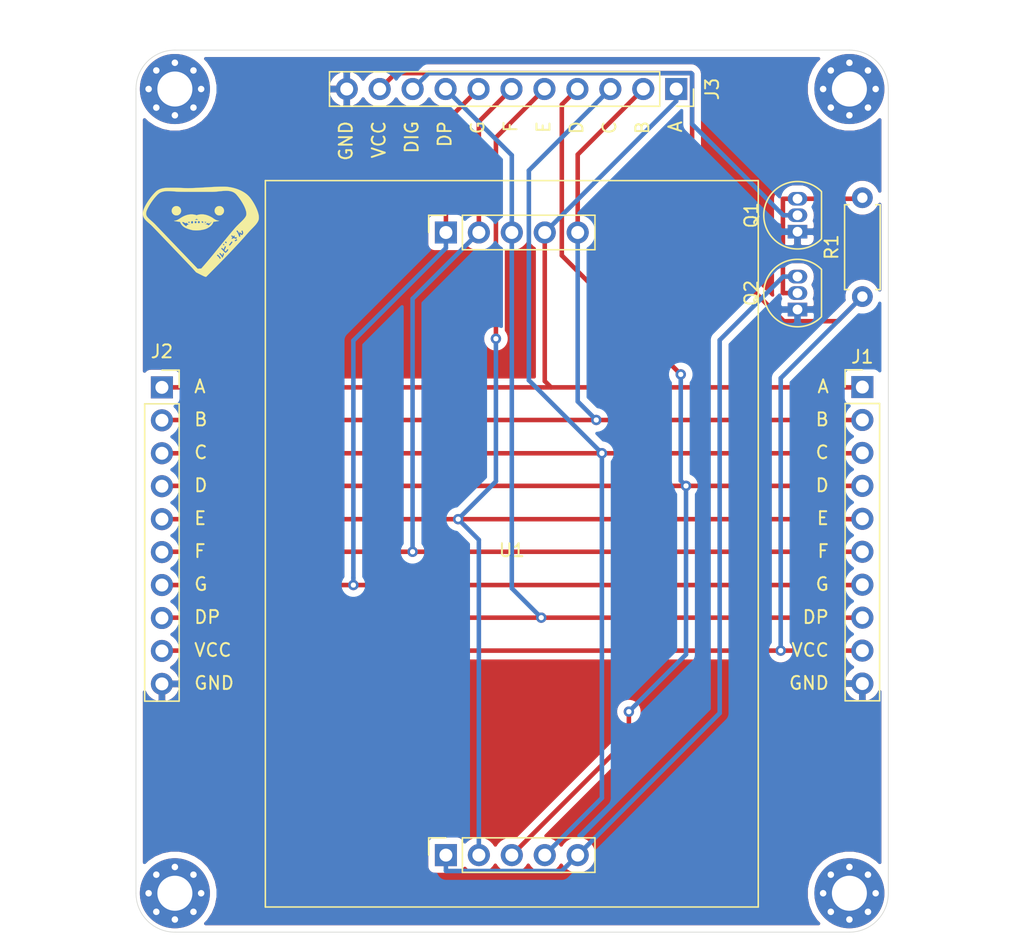
<source format=kicad_pcb>
(kicad_pcb (version 20171130) (host pcbnew "(5.1.5-0-10_14)")

  (general
    (thickness 1.6)
    (drawings 39)
    (tracks 119)
    (zones 0)
    (modules 12)
    (nets 14)
  )

  (page A4)
  (layers
    (0 F.Cu signal)
    (31 B.Cu signal)
    (32 B.Adhes user)
    (33 F.Adhes user)
    (34 B.Paste user)
    (35 F.Paste user)
    (36 B.SilkS user)
    (37 F.SilkS user)
    (38 B.Mask user)
    (39 F.Mask user)
    (40 Dwgs.User user)
    (41 Cmts.User user)
    (42 Eco1.User user)
    (43 Eco2.User user)
    (44 Edge.Cuts user)
    (45 Margin user)
    (46 B.CrtYd user)
    (47 F.CrtYd user)
    (48 B.Fab user)
    (49 F.Fab user)
  )

  (setup
    (last_trace_width 0.25)
    (user_trace_width 0.35)
    (trace_clearance 0.2)
    (zone_clearance 0.508)
    (zone_45_only no)
    (trace_min 0.2)
    (via_size 0.8)
    (via_drill 0.4)
    (via_min_size 0.4)
    (via_min_drill 0.3)
    (uvia_size 0.3)
    (uvia_drill 0.1)
    (uvias_allowed no)
    (uvia_min_size 0.2)
    (uvia_min_drill 0.1)
    (edge_width 0.05)
    (segment_width 0.2)
    (pcb_text_width 0.3)
    (pcb_text_size 1.5 1.5)
    (mod_edge_width 0.12)
    (mod_text_size 1 1)
    (mod_text_width 0.15)
    (pad_size 1.524 1.524)
    (pad_drill 0.762)
    (pad_to_mask_clearance 0.051)
    (solder_mask_min_width 0.25)
    (aux_axis_origin 0 0)
    (visible_elements FFFFFF7F)
    (pcbplotparams
      (layerselection 0x010fc_ffffffff)
      (usegerberextensions false)
      (usegerberattributes false)
      (usegerberadvancedattributes false)
      (creategerberjobfile false)
      (excludeedgelayer true)
      (linewidth 0.100000)
      (plotframeref false)
      (viasonmask false)
      (mode 1)
      (useauxorigin false)
      (hpglpennumber 1)
      (hpglpenspeed 20)
      (hpglpendiameter 15.000000)
      (psnegative false)
      (psa4output false)
      (plotreference true)
      (plotvalue true)
      (plotinvisibletext false)
      (padsonsilk false)
      (subtractmaskfromsilk false)
      (outputformat 1)
      (mirror false)
      (drillshape 0)
      (scaleselection 1)
      (outputdirectory "gerbers/"))
  )

  (net 0 "")
  (net 1 /A)
  (net 2 /B)
  (net 3 /C)
  (net 4 /D)
  (net 5 /E)
  (net 6 /F)
  (net 7 /G)
  (net 8 /DP)
  (net 9 VCC)
  (net 10 GND)
  (net 11 DIG)
  (net 12 "Net-(Q1-Pad3)")
  (net 13 "Net-(Q2-Pad3)")

  (net_class Default "This is the default net class."
    (clearance 0.2)
    (trace_width 0.25)
    (via_dia 0.8)
    (via_drill 0.4)
    (uvia_dia 0.3)
    (uvia_drill 0.1)
    (add_net /A)
    (add_net /B)
    (add_net /C)
    (add_net /D)
    (add_net /DP)
    (add_net /E)
    (add_net /F)
    (add_net /G)
    (add_net DIG)
    (add_net GND)
    (add_net "Net-(Q1-Pad3)")
    (add_net "Net-(Q2-Pad3)")
    (add_net VCC)
  )

  (module Components:testing3 (layer F.Cu) (tedit 0) (tstamp 5F04151B)
    (at 117 84)
    (fp_text reference G*** (at 0 0) (layer F.SilkS) hide
      (effects (font (size 1.524 1.524) (thickness 0.3)))
    )
    (fp_text value LOGO (at 0.75 0) (layer F.SilkS) hide
      (effects (font (size 1.524 1.524) (thickness 0.3)))
    )
    (fp_poly (pts (xy 1.464252 -1.976352) (xy 1.515295 -1.968143) (xy 1.564157 -1.952235) (xy 1.610124 -1.929266)
      (xy 1.652483 -1.899876) (xy 1.69052 -1.864706) (xy 1.723521 -1.824392) (xy 1.750771 -1.779576)
      (xy 1.771557 -1.730897) (xy 1.7827 -1.691217) (xy 1.785992 -1.669225) (xy 1.787795 -1.641881)
      (xy 1.788148 -1.611876) (xy 1.787088 -1.581901) (xy 1.784653 -1.554646) (xy 1.780882 -1.532802)
      (xy 1.780439 -1.531044) (xy 1.766144 -1.485383) (xy 1.74816 -1.445536) (xy 1.725165 -1.409217)
      (xy 1.695839 -1.374138) (xy 1.680988 -1.3589) (xy 1.648182 -1.328942) (xy 1.616299 -1.305402)
      (xy 1.582971 -1.286898) (xy 1.545829 -1.272048) (xy 1.517389 -1.263387) (xy 1.500353 -1.260069)
      (xy 1.477335 -1.257458) (xy 1.450799 -1.255643) (xy 1.423209 -1.254715) (xy 1.397027 -1.254763)
      (xy 1.374717 -1.255879) (xy 1.361017 -1.257659) (xy 1.307826 -1.27209) (xy 1.259158 -1.293125)
      (xy 1.215266 -1.32008) (xy 1.176403 -1.352272) (xy 1.142823 -1.389018) (xy 1.114778 -1.429634)
      (xy 1.092522 -1.473439) (xy 1.076309 -1.519747) (xy 1.066391 -1.567876) (xy 1.063022 -1.617144)
      (xy 1.066455 -1.666866) (xy 1.076943 -1.716359) (xy 1.094741 -1.76494) (xy 1.1201 -1.811927)
      (xy 1.143399 -1.844658) (xy 1.17966 -1.883765) (xy 1.22109 -1.916443) (xy 1.267058 -1.942436)
      (xy 1.316933 -1.961483) (xy 1.370086 -1.973326) (xy 1.425886 -1.977706) (xy 1.464252 -1.976352)) (layer F.SilkS) (width 0.01))
    (fp_poly (pts (xy -1.8625 -1.976952) (xy -1.831953 -1.974909) (xy -1.806177 -1.97126) (xy -1.804146 -1.970842)
      (xy -1.752893 -1.955679) (xy -1.704141 -1.932733) (xy -1.658935 -1.902564) (xy -1.63064 -1.8781)
      (xy -1.593291 -1.837179) (xy -1.563834 -1.793346) (xy -1.542097 -1.74622) (xy -1.527908 -1.695419)
      (xy -1.521096 -1.640563) (xy -1.520805 -1.634635) (xy -1.520346 -1.595416) (xy -1.52287 -1.561293)
      (xy -1.528797 -1.529292) (xy -1.538545 -1.49644) (xy -1.541345 -1.488524) (xy -1.563196 -1.440449)
      (xy -1.592143 -1.396185) (xy -1.627392 -1.356464) (xy -1.668155 -1.322015) (xy -1.713637 -1.29357)
      (xy -1.76305 -1.271858) (xy -1.783017 -1.265431) (xy -1.807823 -1.260104) (xy -1.838162 -1.256434)
      (xy -1.871251 -1.254511) (xy -1.904311 -1.254424) (xy -1.934559 -1.256261) (xy -1.957917 -1.259817)
      (xy -2.010623 -1.27569) (xy -2.059579 -1.298751) (xy -2.104172 -1.328384) (xy -2.143783 -1.36397)
      (xy -2.177799 -1.40489) (xy -2.205603 -1.450525) (xy -2.226579 -1.500258) (xy -2.237664 -1.54083)
      (xy -2.241308 -1.565952) (xy -2.243133 -1.59628) (xy -2.243153 -1.628755) (xy -2.241383 -1.660316)
      (xy -2.237836 -1.687904) (xy -2.236961 -1.692454) (xy -2.222341 -1.743141) (xy -2.200339 -1.790789)
      (xy -2.171697 -1.834669) (xy -2.13716 -1.874055) (xy -2.097471 -1.908217) (xy -2.053374 -1.936429)
      (xy -2.005613 -1.957962) (xy -1.954933 -1.972089) (xy -1.950252 -1.972972) (xy -1.9249 -1.976031)
      (xy -1.894566 -1.977342) (xy -1.8625 -1.976952)) (layer F.SilkS) (width 0.01))
    (fp_poly (pts (xy 0.169667 -1.334429) (xy 0.230724 -1.328809) (xy 0.291282 -1.319748) (xy 0.353861 -1.306966)
      (xy 0.395817 -1.296788) (xy 0.479666 -1.272368) (xy 0.565601 -1.241677) (xy 0.651314 -1.205685)
      (xy 0.7345 -1.165358) (xy 0.8128 -1.121698) (xy 0.832 -1.110537) (xy 0.852077 -1.099428)
      (xy 0.869627 -1.090236) (xy 0.874778 -1.087705) (xy 0.892521 -1.077807) (xy 0.910786 -1.065427)
      (xy 0.921345 -1.056938) (xy 0.939213 -1.04246) (xy 0.963287 -1.025097) (xy 0.992176 -1.005705)
      (xy 1.02449 -0.985142) (xy 1.058841 -0.964264) (xy 1.093837 -0.943929) (xy 1.12809 -0.924993)
      (xy 1.160209 -0.908313) (xy 1.170915 -0.903058) (xy 1.186512 -0.895686) (xy 1.200228 -0.889712)
      (xy 1.213587 -0.884694) (xy 1.228115 -0.88019) (xy 1.245335 -0.875759) (xy 1.266772 -0.870959)
      (xy 1.29395 -0.86535) (xy 1.316965 -0.860753) (xy 1.344787 -0.855188) (xy 1.369738 -0.850113)
      (xy 1.390652 -0.845773) (xy 1.406362 -0.842411) (xy 1.415703 -0.840271) (xy 1.417814 -0.839646)
      (xy 1.418488 -0.83843) (xy 1.416984 -0.837087) (xy 1.412467 -0.835426) (xy 1.404099 -0.833254)
      (xy 1.391044 -0.830379) (xy 1.372466 -0.82661) (xy 1.347529 -0.821755) (xy 1.315395 -0.815621)
      (xy 1.302261 -0.81313) (xy 1.249303 -0.80345) (xy 1.195971 -0.794362) (xy 1.143907 -0.786111)
      (xy 1.094753 -0.778946) (xy 1.050148 -0.773114) (xy 1.011736 -0.768862) (xy 1.003102 -0.768058)
      (xy 0.971154 -0.765222) (xy 0.963524 -0.73858) (xy 0.956043 -0.71691) (xy 0.944969 -0.690518)
      (xy 0.931431 -0.661708) (xy 0.916555 -0.632788) (xy 0.90147 -0.606064) (xy 0.889313 -0.586781)
      (xy 0.842106 -0.524354) (xy 0.787458 -0.465961) (xy 0.725376 -0.411607) (xy 0.655868 -0.3613)
      (xy 0.604108 -0.329256) (xy 0.583391 -0.317145) (xy 0.5624 -0.304759) (xy 0.543821 -0.29369)
      (xy 0.532141 -0.286633) (xy 0.49202 -0.263623) (xy 0.450229 -0.242805) (xy 0.405793 -0.22385)
      (xy 0.357735 -0.206433) (xy 0.305082 -0.190227) (xy 0.246856 -0.174905) (xy 0.182084 -0.160142)
      (xy 0.112242 -0.146077) (xy 0.022625 -0.130168) (xy -0.061494 -0.117843) (xy -0.142205 -0.10893)
      (xy -0.2216 -0.103261) (xy -0.301769 -0.100665) (xy -0.384802 -0.100972) (xy -0.427567 -0.102144)
      (xy -0.487448 -0.105076) (xy -0.544654 -0.109791) (xy -0.600483 -0.116551) (xy -0.656233 -0.125617)
      (xy -0.7132 -0.137251) (xy -0.772683 -0.151716) (xy -0.83598 -0.169272) (xy -0.904387 -0.190181)
      (xy -0.969434 -0.211426) (xy -1.054867 -0.242014) (xy -1.132513 -0.274114) (xy -1.202975 -0.308114)
      (xy -1.266856 -0.344404) (xy -1.324762 -0.383374) (xy -1.377294 -0.425413) (xy -1.425058 -0.470911)
      (xy -1.468658 -0.520257) (xy -1.489127 -0.54655) (xy -1.511087 -0.57782) (xy -1.53292 -0.612314)
      (xy -1.553584 -0.648131) (xy -1.572038 -0.683368) (xy -1.587238 -0.716123) (xy -1.598143 -0.744493)
      (xy -1.598981 -0.74709) (xy -1.599662 -0.74925) (xy -1.452115 -0.74925) (xy -1.437607 -0.720442)
      (xy -1.413864 -0.679045) (xy -1.384112 -0.636311) (xy -1.349976 -0.594104) (xy -1.31308 -0.554288)
      (xy -1.275049 -0.518726) (xy -1.237507 -0.489282) (xy -1.234049 -0.486886) (xy -1.21405 -0.473608)
      (xy -1.192941 -0.46028) (xy -1.17198 -0.447616) (xy -1.152424 -0.436334) (xy -1.135533 -0.42715)
      (xy -1.122563 -0.420778) (xy -1.114772 -0.417936) (xy -1.113181 -0.418095) (xy -1.11055 -0.423766)
      (xy -1.106922 -0.434503) (xy -1.105231 -0.440267) (xy -1.099783 -0.453596) (xy -1.090201 -0.467361)
      (xy -1.075053 -0.483591) (xy -1.073826 -0.484796) (xy -1.051971 -0.503687) (xy -1.026767 -0.520574)
      (xy -0.997229 -0.535901) (xy -0.962369 -0.550109) (xy -0.921202 -0.563641) (xy -0.872741 -0.576939)
      (xy -0.862914 -0.579405) (xy -0.800845 -0.594783) (xy -0.813752 -0.61072) (xy 0.225347 -0.61072)
      (xy 0.283065 -0.601279) (xy 0.342345 -0.590296) (xy 0.396905 -0.577593) (xy 0.446122 -0.563393)
      (xy 0.489377 -0.547918) (xy 0.526046 -0.531391) (xy 0.555509 -0.514034) (xy 0.577145 -0.49607)
      (xy 0.577409 -0.495795) (xy 0.58285 -0.490276) (xy 0.587602 -0.486976) (xy 0.592842 -0.486386)
      (xy 0.599748 -0.488996) (xy 0.609496 -0.495297) (xy 0.623261 -0.505781) (xy 0.642221 -0.520939)
      (xy 0.647128 -0.524886) (xy 0.688161 -0.560328) (xy 0.723833 -0.596773) (xy 0.757018 -0.637193)
      (xy 0.761839 -0.643621) (xy 0.77266 -0.659137) (xy 0.784264 -0.677314) (xy 0.795714 -0.696484)
      (xy 0.806071 -0.714982) (xy 0.814396 -0.73114) (xy 0.819751 -0.743292) (xy 0.821267 -0.749132)
      (xy 0.817335 -0.752253) (xy 0.806097 -0.752879) (xy 0.803429 -0.752719) (xy 0.793703 -0.751551)
      (xy 0.786941 -0.74862) (xy 0.781042 -0.742174) (xy 0.773907 -0.730462) (xy 0.771411 -0.726017)
      (xy 0.749068 -0.693428) (xy 0.72217 -0.6678) (xy 0.694366 -0.650648) (xy 0.680458 -0.644164)
      (xy 0.668862 -0.640155) (xy 0.656651 -0.638036) (xy 0.640899 -0.637223) (xy 0.626633 -0.637117)
      (xy 0.606216 -0.637437) (xy 0.591295 -0.638753) (xy 0.578912 -0.641602) (xy 0.56611 -0.646517)
      (xy 0.560383 -0.649101) (xy 0.543762 -0.658226) (xy 0.527701 -0.66938) (xy 0.518451 -0.677469)
      (xy 0.502453 -0.693853) (xy 0.491121 -0.676068) (xy 0.471198 -0.651387) (xy 0.445589 -0.62965)
      (xy 0.419608 -0.614406) (xy 0.406769 -0.608944) (xy 0.394865 -0.605594) (xy 0.381073 -0.603868)
      (xy 0.362569 -0.603279) (xy 0.355082 -0.60325) (xy 0.335563 -0.603453) (xy 0.321574 -0.604492)
      (xy 0.31018 -0.607016) (xy 0.298448 -0.611673) (xy 0.283579 -0.619042) (xy 0.25281 -0.634833)
      (xy 0.239079 -0.622776) (xy 0.225347 -0.61072) (xy -0.813752 -0.61072) (xy -0.816147 -0.613677)
      (xy -0.842673 -0.599997) (xy -0.855562 -0.593669) (xy -0.86628 -0.589662) (xy -0.87749 -0.587452)
      (xy -0.891854 -0.586513) (xy -0.911907 -0.586318) (xy -0.932462 -0.586562) (xy -0.947208 -0.58761)
      (xy -0.9588 -0.589936) (xy -0.969888 -0.594017) (xy -0.979159 -0.598362) (xy -1.007832 -0.616733)
      (xy -1.033621 -0.641667) (xy -1.05468 -0.671325) (xy -1.057549 -0.676502) (xy -1.06467 -0.689449)
      (xy -1.070245 -0.698821) (xy -1.073138 -0.702715) (xy -1.07321 -0.702733) (xy -1.077403 -0.700574)
      (xy -1.086038 -0.69512) (xy -1.090624 -0.692057) (xy -1.118618 -0.678067) (xy -1.151321 -0.670635)
      (xy -1.184974 -0.66978) (xy -1.217444 -0.674651) (xy -1.245814 -0.685644) (xy -1.271923 -0.70364)
      (xy -1.288063 -0.718993) (xy -1.311639 -0.74371) (xy -1.452115 -0.74925) (xy -1.599662 -0.74925)
      (xy -1.600241 -0.751084) (xy -0.9906 -0.751084) (xy -0.988196 -0.741499) (xy -0.982002 -0.728036)
      (xy -0.973544 -0.713408) (xy -0.964345 -0.700327) (xy -0.958187 -0.693451) (xy -0.93916 -0.680139)
      (xy -0.918445 -0.673721) (xy -0.897876 -0.674562) (xy -0.885615 -0.679089) (xy -0.875423 -0.686048)
      (xy -0.864025 -0.696056) (xy -0.860947 -0.699197) (xy -0.854076 -0.70735) (xy -0.849818 -0.715503)
      (xy -0.847926 -0.723633) (xy -0.756723 -0.723633) (xy -0.751961 -0.69416) (xy -0.740142 -0.666972)
      (xy -0.729618 -0.652342) (xy -0.710177 -0.634215) (xy -0.689965 -0.624475) (xy -0.668785 -0.62306)
      (xy -0.650482 -0.628099) (xy -0.636836 -0.636925) (xy -0.007424 -0.636925) (xy -0.006098 -0.632229)
      (xy 0.002211 -0.630821) (xy 0.006477 -0.630767) (xy 0.02142 -0.630767) (xy 0.00251 -0.656345)
      (xy -0.002829 -0.646731) (xy -0.007424 -0.636925) (xy -0.636836 -0.636925) (xy -0.634794 -0.638245)
      (xy -0.619562 -0.654299) (xy -0.606716 -0.673828) (xy -0.598345 -0.693836) (xy -0.593787 -0.722887)
      (xy -0.596095 -0.752473) (xy -0.596619 -0.754172) (xy -0.485771 -0.754172) (xy -0.48559 -0.73155)
      (xy -0.480449 -0.708301) (xy -0.470535 -0.685832) (xy -0.456033 -0.665553) (xy -0.43713 -0.64887)
      (xy -0.433917 -0.646759) (xy -0.416623 -0.640535) (xy -0.396775 -0.640761) (xy -0.376935 -0.647143)
      (xy -0.364959 -0.654687) (xy -0.347756 -0.673052) (xy -0.334354 -0.696749) (xy -0.326022 -0.723032)
      (xy -0.323857 -0.743698) (xy -0.32386 -0.743733) (xy -0.232648 -0.743733) (xy -0.228629 -0.713029)
      (xy -0.21753 -0.68557) (xy -0.199981 -0.662577) (xy -0.184323 -0.649876) (xy -0.163929 -0.641119)
      (xy -0.142538 -0.640418) (xy -0.121472 -0.647687) (xy -0.110959 -0.654687) (xy -0.093122 -0.673765)
      (xy -0.079735 -0.698231) (xy -0.07187 -0.725706) (xy -0.070224 -0.744949) (xy -0.073429 -0.771982)
      (xy -0.075406 -0.776435) (xy 0.055098 -0.776435) (xy 0.0585 -0.748929) (xy 0.068137 -0.723068)
      (xy 0.082948 -0.700964) (xy 0.100864 -0.685357) (xy 0.12187 -0.675546) (xy 0.141913 -0.673858)
      (xy 0.16224 -0.680243) (xy 0.166818 -0.682695) (xy 0.179083 -0.691112) (xy 0.189197 -0.700392)
      (xy 0.191113 -0.702733) (xy 0.195369 -0.709479) (xy 0.196766 -0.71607) (xy 0.195439 -0.725479)
      (xy 0.19262 -0.7366) (xy 0.189076 -0.751803) (xy 0.186786 -0.765468) (xy 0.186688 -0.766724)
      (xy 0.277485 -0.766724) (xy 0.279727 -0.758699) (xy 0.281698 -0.75302) (xy 0.293827 -0.728069)
      (xy 0.309948 -0.709095) (xy 0.329041 -0.696631) (xy 0.350088 -0.691212) (xy 0.37207 -0.693371)
      (xy 0.385459 -0.698615) (xy 0.396734 -0.706369) (xy 0.408501 -0.717537) (xy 0.418821 -0.729865)
      (xy 0.425755 -0.741102) (xy 0.427227 -0.746313) (xy 0.578562 -0.746313) (xy 0.579364 -0.743992)
      (xy 0.580118 -0.743191) (xy 0.598911 -0.730105) (xy 0.620073 -0.724782) (xy 0.642279 -0.727365)
      (xy 0.65897 -0.734662) (xy 0.66947 -0.741166) (xy 0.676116 -0.745957) (xy 0.677333 -0.747362)
      (xy 0.67337 -0.748104) (xy 0.662563 -0.748715) (xy 0.646532 -0.749134) (xy 0.626899 -0.7493)
      (xy 0.625626 -0.7493) (xy 0.604027 -0.74919) (xy 0.589747 -0.748758) (xy 0.581641 -0.747851)
      (xy 0.578562 -0.746313) (xy 0.427227 -0.746313) (xy 0.427567 -0.747514) (xy 0.427307 -0.749401)
      (xy 0.425831 -0.750948) (xy 0.422092 -0.752326) (xy 0.415045 -0.753703) (xy 0.403642 -0.755248)
      (xy 0.386839 -0.75713) (xy 0.36359 -0.759518) (xy 0.33655 -0.762213) (xy 0.316928 -0.764277)
      (xy 0.299947 -0.76628) (xy 0.287681 -0.767965) (xy 0.282673 -0.768904) (xy 0.278429 -0.769508)
      (xy 0.277485 -0.766724) (xy 0.186688 -0.766724) (xy 0.186317 -0.771445) (xy 0.18412 -0.78093)
      (xy 0.176742 -0.785048) (xy 0.169092 -0.786776) (xy 0.155135 -0.79001) (xy 0.136802 -0.794298)
      (xy 0.116023 -0.799191) (xy 0.114331 -0.799591) (xy 0.09059 -0.804935) (xy 0.074035 -0.807982)
      (xy 0.06374 -0.808856) (xy 0.058778 -0.807684) (xy 0.058304 -0.807154) (xy 0.056616 -0.800506)
      (xy 0.05545 -0.788313) (xy 0.055098 -0.776435) (xy -0.075406 -0.776435) (xy -0.082934 -0.793383)
      (xy -0.098569 -0.808981) (xy -0.120165 -0.818609) (xy -0.147234 -0.822092) (xy -0.176596 -0.819624)
      (xy -0.199846 -0.811329) (xy -0.216938 -0.797247) (xy -0.227828 -0.777419) (xy -0.232472 -0.751886)
      (xy -0.232648 -0.743733) (xy -0.32386 -0.743733) (xy -0.325892 -0.765635) (xy -0.332868 -0.782058)
      (xy -0.346069 -0.795091) (xy -0.360081 -0.803532) (xy -0.371851 -0.808824) (xy -0.383371 -0.811551)
      (xy -0.397892 -0.81225) (xy -0.410634 -0.811864) (xy -0.428077 -0.810313) (xy -0.443767 -0.807614)
      (xy -0.454417 -0.80434) (xy -0.454703 -0.804199) (xy -0.470514 -0.791904) (xy -0.480808 -0.77476)
      (xy -0.485771 -0.754172) (xy -0.596619 -0.754172) (xy -0.604747 -0.780499) (xy -0.619221 -0.804869)
      (xy -0.628542 -0.815089) (xy -0.64322 -0.828932) (xy -0.688852 -0.815448) (xy -0.734484 -0.801963)
      (xy -0.744275 -0.78236) (xy -0.754227 -0.753623) (xy -0.756723 -0.723633) (xy -0.847926 -0.723633)
      (xy -0.847306 -0.726297) (xy -0.845671 -0.742371) (xy -0.845363 -0.746596) (xy -0.843015 -0.779876)
      (xy -0.854668 -0.777545) (xy -0.863501 -0.776031) (xy -0.878495 -0.773717) (xy -0.897421 -0.77094)
      (xy -0.914702 -0.768497) (xy -0.9416 -0.764742) (xy -0.961249 -0.761884) (xy -0.974787 -0.759661)
      (xy -0.983352 -0.757813) (xy -0.988082 -0.756079) (xy -0.990116 -0.754197) (xy -0.990591 -0.751906)
      (xy -0.9906 -0.751084) (xy -1.600241 -0.751084) (xy -1.60296 -0.759696) (xy -1.686064 -0.769136)
      (xy -1.71478 -0.772635) (xy -1.747206 -0.776991) (xy -1.782355 -0.782038) (xy -1.819239 -0.787606)
      (xy -1.856871 -0.793529) (xy -1.894264 -0.799637) (xy -1.93043 -0.805763) (xy -1.964382 -0.811739)
      (xy -1.995132 -0.817396) (xy -2.021693 -0.822568) (xy -2.043077 -0.827085) (xy -2.058296 -0.83078)
      (xy -2.066365 -0.833485) (xy -2.067138 -0.833978) (xy -2.064183 -0.835605) (xy -2.054033 -0.838532)
      (xy -2.037814 -0.842493) (xy -2.01665 -0.847218) (xy -1.991667 -0.852441) (xy -1.978238 -0.855127)
      (xy -1.949379 -0.861033) (xy -1.921545 -0.867127) (xy -1.89644 -0.873006) (xy -1.875767 -0.878266)
      (xy -1.861229 -0.882505) (xy -1.858433 -0.883475) (xy -1.832625 -0.894283) (xy -1.810812 -0.904901)
      (xy -0.46355 -0.904901) (xy -0.34925 -0.907613) (xy -0.317888 -0.908454) (xy -0.288361 -0.90943)
      (xy -0.262015 -0.91048) (xy -0.240197 -0.911547) (xy -0.224252 -0.912571) (xy -0.2159 -0.91343)
      (xy -0.19685 -0.916535) (xy -0.217736 -0.928802) (xy -0.229471 -0.936298) (xy -0.245677 -0.947455)
      (xy -0.264151 -0.960726) (xy -0.281457 -0.973621) (xy -0.324292 -1.006174) (xy -0.343121 -0.989401)
      (xy -0.353733 -0.980763) (xy -0.369492 -0.968956) (xy -0.388435 -0.955407) (xy -0.408598 -0.941546)
      (xy -0.41275 -0.938764) (xy -0.46355 -0.904901) (xy -1.810812 -0.904901) (xy -1.801117 -0.90962)
      (xy -1.76495 -0.928888) (xy -1.725161 -0.951488) (xy -1.68279 -0.976822) (xy -1.638876 -1.004292)
      (xy -1.594457 -1.0333) (xy -1.572683 -1.047989) (xy -1.474017 -1.111106) (xy -1.374311 -1.166631)
      (xy -1.273864 -1.214474) (xy -1.172972 -1.254544) (xy -1.071931 -1.286749) (xy -0.97104 -1.310997)
      (xy -0.870594 -1.327197) (xy -0.770891 -1.335258) (xy -0.672227 -1.335088) (xy -0.645664 -1.333609)
      (xy -0.587415 -1.328347) (xy -0.530148 -1.320611) (xy -0.475454 -1.310714) (xy -0.424924 -1.29897)
      (xy -0.380151 -1.285694) (xy -0.354342 -1.27617) (xy -0.328987 -1.265867) (xy -0.289303 -1.28073)
      (xy -0.231733 -1.29985) (xy -0.171898 -1.314742) (xy -0.108418 -1.325646) (xy -0.03991 -1.332796)
      (xy 0.035005 -1.336431) (xy 0.035983 -1.336455) (xy 0.105593 -1.336885) (xy 0.169667 -1.334429)) (layer F.SilkS) (width 0.01))
    (fp_poly (pts (xy 1.758226 -3.471085) (xy 1.814053 -3.470414) (xy 1.864438 -3.469219) (xy 1.910888 -3.467438)
      (xy 1.954912 -3.465008) (xy 1.998016 -3.461866) (xy 2.041709 -3.45795) (xy 2.059516 -3.456171)
      (xy 2.204609 -3.437895) (xy 2.348445 -3.413063) (xy 2.490359 -3.3819) (xy 2.629684 -3.344631)
      (xy 2.765752 -3.301482) (xy 2.897898 -3.252678) (xy 3.025454 -3.198443) (xy 3.147754 -3.139003)
      (xy 3.264131 -3.074583) (xy 3.3528 -3.01943) (xy 3.430905 -2.966129) (xy 3.503895 -2.911753)
      (xy 3.57256 -2.85548) (xy 3.637692 -2.796487) (xy 3.700079 -2.733951) (xy 3.760513 -2.66705)
      (xy 3.819783 -2.594962) (xy 3.87868 -2.516864) (xy 3.937993 -2.431933) (xy 3.983301 -2.363141)
      (xy 4.053007 -2.251269) (xy 4.118372 -2.139038) (xy 4.179143 -2.027032) (xy 4.235068 -1.915832)
      (xy 4.285894 -1.80602) (xy 4.33137 -1.698179) (xy 4.371243 -1.592891) (xy 4.405261 -1.490737)
      (xy 4.433172 -1.392301) (xy 4.454724 -1.298164) (xy 4.462291 -1.2573) (xy 4.466816 -1.224797)
      (xy 4.470317 -1.187442) (xy 4.472751 -1.147194) (xy 4.474075 -1.106017) (xy 4.474246 -1.065871)
      (xy 4.47322 -1.028718) (xy 4.470955 -0.99652) (xy 4.468462 -0.977083) (xy 4.457402 -0.925785)
      (xy 4.440923 -0.874438) (xy 4.418581 -0.822016) (xy 4.389928 -0.767494) (xy 4.354519 -0.709843)
      (xy 4.347852 -0.699743) (xy 4.32238 -0.662565) (xy 4.295524 -0.625549) (xy 4.26671 -0.588028)
      (xy 4.235364 -0.549335) (xy 4.20091 -0.508805) (xy 4.162773 -0.465769) (xy 4.12038 -0.419562)
      (xy 4.073155 -0.369516) (xy 4.020523 -0.314965) (xy 3.983614 -0.277257) (xy 3.939101 -0.231973)
      (xy 3.89996 -0.192085) (xy 3.865607 -0.156976) (xy 3.835454 -0.126028) (xy 3.808918 -0.098621)
      (xy 3.785411 -0.074137) (xy 3.76435 -0.051959) (xy 3.745148 -0.031466) (xy 3.727219 -0.012042)
      (xy 3.709979 0.006933) (xy 3.692841 0.026077) (xy 3.67522 0.046008) (xy 3.656531 0.067345)
      (xy 3.646966 0.078316) (xy 3.521704 0.221261) (xy 3.390525 0.36921) (xy 3.253913 0.52163)
      (xy 3.112355 0.677987) (xy 2.966337 0.837746) (xy 2.816345 1.000374) (xy 2.662865 1.165337)
      (xy 2.506382 1.332101) (xy 2.4892 1.350327) (xy 2.415523 1.428321) (xy 2.341893 1.506012)
      (xy 2.267981 1.583737) (xy 2.19346 1.661832) (xy 2.118003 1.740632) (xy 2.041281 1.820475)
      (xy 1.962967 1.901696) (xy 1.882734 1.984633) (xy 1.800254 2.06962) (xy 1.7152 2.156995)
      (xy 1.627243 2.247093) (xy 1.536056 2.340251) (xy 1.441312 2.436805) (xy 1.342683 2.537092)
      (xy 1.239841 2.641447) (xy 1.132459 2.750208) (xy 1.020209 2.863709) (xy 0.902763 2.982288)
      (xy 0.779794 3.106281) (xy 0.708237 3.178369) (xy 0.41275 3.475954) (xy 0.385233 3.475619)
      (xy 0.361521 3.47338) (xy 0.333654 3.466955) (xy 0.315383 3.461334) (xy 0.292873 3.453439)
      (xy 0.266636 3.44351) (xy 0.240628 3.43307) (xy 0.226483 3.427067) (xy 0.207334 3.418388)
      (xy 0.181533 3.406196) (xy 0.149925 3.390912) (xy 0.113352 3.372962) (xy 0.072659 3.352767)
      (xy 0.028689 3.330751) (xy -0.017713 3.307338) (xy -0.065704 3.28295) (xy -0.11444 3.258011)
      (xy -0.163077 3.232944) (xy -0.210772 3.208173) (xy -0.231196 3.1975) (xy -0.367141 3.126316)
      (xy -0.406879 3.081859) (xy -0.419567 3.067553) (xy -0.436747 3.048018) (xy -0.457384 3.024439)
      (xy -0.480445 2.998) (xy -0.504895 2.969887) (xy -0.5297 2.941284) (xy -0.541762 2.927342)
      (xy -0.561976 2.904328) (xy -0.587249 2.87615) (xy -0.616741 2.843718) (xy -0.64961 2.80794)
      (xy -0.685015 2.769724) (xy -0.722114 2.729978) (xy -0.760066 2.689611) (xy -0.798028 2.64953)
      (xy -0.835161 2.610645) (xy -0.835923 2.60985) (xy -0.87657 2.567483) (xy -0.91532 2.52709)
      (xy -0.952459 2.488374) (xy -0.988272 2.451036) (xy -1.023042 2.414781) (xy -1.057056 2.379309)
      (xy -1.090597 2.344325) (xy -1.12395 2.30953) (xy -1.1574 2.274628) (xy -1.191231 2.23932)
      (xy -1.225729 2.20331) (xy -1.261178 2.1663) (xy -1.297862 2.127993) (xy -1.336067 2.08809)
      (xy -1.376077 2.046296) (xy -1.418177 2.002313) (xy -1.462652 1.955842) (xy -1.509785 1.906587)
      (xy -1.559863 1.854251) (xy -1.613169 1.798536) (xy -1.669988 1.739144) (xy -1.730606 1.675779)
      (xy -1.795306 1.608142) (xy -1.864374 1.535937) (xy -1.938094 1.458866) (xy -2.01675 1.376632)
      (xy -2.100629 1.288937) (xy -2.190013 1.195485) (xy -2.209845 1.17475) (xy -2.327584 1.051655)
      (xy -2.43961 0.93454) (xy -2.54606 0.823263) (xy -2.647069 0.717683) (xy -2.742773 0.617657)
      (xy -2.833308 0.523043) (xy -2.918809 0.4337) (xy -2.999414 0.349486) (xy -3.075257 0.270258)
      (xy -3.146475 0.195875) (xy -3.213204 0.126194) (xy -3.275579 0.061075) (xy -3.333737 0.000375)
      (xy -3.387812 -0.056048) (xy -3.437942 -0.108336) (xy -3.484262 -0.156631) (xy -3.526909 -0.201074)
      (xy -3.566017 -0.241808) (xy -3.601723 -0.278975) (xy -3.634162 -0.312715) (xy -3.663472 -0.343172)
      (xy -3.673855 -0.353954) (xy -3.720626 -0.401892) (xy -3.765906 -0.446942) (xy -3.811353 -0.490674)
      (xy -3.858626 -0.534656) (xy -3.909384 -0.580455) (xy -3.965285 -0.629641) (xy -3.966634 -0.630816)
      (xy -4.023292 -0.680357) (xy -4.073858 -0.725085) (xy -4.118828 -0.765501) (xy -4.1587 -0.802108)
      (xy -4.193971 -0.835406) (xy -4.225138 -0.865899) (xy -4.252699 -0.894089) (xy -4.27715 -0.920476)
      (xy -4.298988 -0.945564) (xy -4.318712 -0.969855) (xy -4.336817 -0.99385) (xy -4.353802 -1.018052)
      (xy -4.36139 -1.029414) (xy -4.399997 -1.095282) (xy -4.430592 -1.163251) (xy -4.453086 -1.232979)
      (xy -4.467389 -1.304125) (xy -4.473413 -1.376348) (xy -4.472154 -1.416209) (xy -4.218405 -1.416209)
      (xy -4.217956 -1.368597) (xy -4.212198 -1.323178) (xy -4.201178 -1.279506) (xy -4.184947 -1.237134)
      (xy -4.163553 -1.195616) (xy -4.137045 -1.154505) (xy -4.113245 -1.122929) (xy -4.090525 -1.096003)
      (xy -4.062934 -1.066087) (xy -4.030119 -1.032837) (xy -3.991728 -0.99591) (xy -3.947405 -0.954964)
      (xy -3.896798 -0.909656) (xy -3.858683 -0.87624) (xy -3.807463 -0.831502) (xy -3.761913 -0.791351)
      (xy -3.721169 -0.75499) (xy -3.684367 -0.721621) (xy -3.650644 -0.690446) (xy -3.619136 -0.660667)
      (xy -3.58898 -0.631488) (xy -3.559311 -0.602111) (xy -3.532595 -0.575132) (xy -3.52288 -0.565215)
      (xy -3.511775 -0.553833) (xy -3.499127 -0.540827) (xy -3.484785 -0.526038) (xy -3.468597 -0.509306)
      (xy -3.450409 -0.490473) (xy -3.430069 -0.469381) (xy -3.407426 -0.445869) (xy -3.382327 -0.419779)
      (xy -3.354619 -0.390952) (xy -3.32415 -0.35923) (xy -3.290768 -0.324452) (xy -3.254321 -0.286461)
      (xy -3.214655 -0.245096) (xy -3.17162 -0.2002) (xy -3.125062 -0.151614) (xy -3.074829 -0.099177)
      (xy -3.020769 -0.042732) (xy -2.962729 0.01788) (xy -2.900557 0.082819) (xy -2.834101 0.152244)
      (xy -2.763209 0.226313) (xy -2.687728 0.305185) (xy -2.607505 0.38902) (xy -2.522389 0.477976)
      (xy -2.432227 0.572212) (xy -2.336867 0.671888) (xy -2.236156 0.777162) (xy -2.129942 0.888193)
      (xy -2.018073 1.00514) (xy -1.985413 1.039283) (xy -1.866885 1.163188) (xy -1.751415 1.283882)
      (xy -1.639144 1.40122) (xy -1.530211 1.515056) (xy -1.424756 1.625243) (xy -1.32292 1.731636)
      (xy -1.224842 1.834088) (xy -1.130663 1.932452) (xy -1.040522 2.026583) (xy -0.954559 2.116335)
      (xy -0.872915 2.201561) (xy -0.795729 2.282115) (xy -0.723142 2.357852) (xy -0.655294 2.428624)
      (xy -0.592324 2.494286) (xy -0.534373 2.554691) (xy -0.481581 2.609694) (xy -0.434087 2.659147)
      (xy -0.392032 2.702906) (xy -0.355556 2.740824) (xy -0.326947 2.770525) (xy -0.240681 2.860015)
      (xy -0.102349 2.848329) (xy 0.035983 2.836642) (xy 0.052417 2.818496) (xy 0.065479 2.803925)
      (xy 0.083371 2.783743) (xy 0.105396 2.758751) (xy 0.130854 2.729751) (xy 0.159047 2.697544)
      (xy 0.189277 2.66293) (xy 0.220844 2.626711) (xy 0.25305 2.589688) (xy 0.285197 2.552662)
      (xy 0.316585 2.516434) (xy 0.346517 2.481805) (xy 0.374293 2.449577) (xy 0.385721 2.436283)
      (xy 0.433658 2.380367) (xy 0.480931 2.325013) (xy 0.527889 2.269799) (xy 0.574877 2.214305)
      (xy 0.622245 2.158113) (xy 0.670339 2.100802) (xy 0.719506 2.041951) (xy 0.770093 1.981142)
      (xy 0.822448 1.917953) (xy 0.876919 1.851964) (xy 0.893849 1.831384) (xy 1.233077 1.831384)
      (xy 1.236582 1.835624) (xy 1.24552 1.843929) (xy 1.258625 1.855184) (xy 1.274631 1.868276)
      (xy 1.278467 1.871332) (xy 1.321452 1.907112) (xy 1.357347 1.940903) (xy 1.386974 1.973729)
      (xy 1.411154 2.006613) (xy 1.43071 2.040578) (xy 1.446463 2.076648) (xy 1.449009 2.083585)
      (xy 1.450798 2.08653) (xy 1.454481 2.087788) (xy 1.461535 2.087201) (xy 1.473439 2.084613)
      (xy 1.491668 2.079865) (xy 1.496749 2.078495) (xy 1.515163 2.073375) (xy 1.530383 2.068884)
      (xy 1.54065 2.065556) (xy 1.544158 2.064053) (xy 1.544748 2.057984) (xy 1.541573 2.0461)
      (xy 1.535301 2.029801) (xy 1.526596 2.010485) (xy 1.516126 1.989551) (xy 1.504557 1.968401)
      (xy 1.492555 1.948432) (xy 1.480884 1.931176) (xy 1.468936 1.916255) (xy 1.453116 1.898627)
      (xy 1.434361 1.879139) (xy 1.41361 1.858639) (xy 1.391801 1.837976) (xy 1.369872 1.817998)
      (xy 1.348762 1.799554) (xy 1.329409 1.78349) (xy 1.31275 1.770657) (xy 1.299725 1.761901)
      (xy 1.291271 1.758071) (xy 1.289434 1.75809) (xy 1.284543 1.762095) (xy 1.276362 1.771103)
      (xy 1.266246 1.783354) (xy 1.255549 1.797087) (xy 1.245624 1.81054) (xy 1.237827 1.821953)
      (xy 1.233509 1.829565) (xy 1.233077 1.831384) (xy 0.893849 1.831384) (xy 0.933852 1.782757)
      (xy 0.993594 1.70991) (xy 0.998614 1.703771) (xy 1.418629 1.703771) (xy 1.434273 1.716425)
      (xy 1.47175 1.749656) (xy 1.509384 1.788385) (xy 1.544827 1.830024) (xy 1.575729 1.871986)
      (xy 1.57658 1.87325) (xy 1.58547 1.887491) (xy 1.596876 1.907225) (xy 1.609614 1.930328)
      (xy 1.622503 1.954677) (xy 1.629023 1.967425) (xy 1.639821 1.988592) (xy 1.649361 2.006846)
      (xy 1.656982 2.020956) (xy 1.662021 2.029691) (xy 1.663745 2.031983) (xy 1.666069 2.028329)
      (xy 1.671556 2.018001) (xy 1.67972 2.001966) (xy 1.690076 1.981191) (xy 1.702138 1.956642)
      (xy 1.715421 1.929286) (xy 1.717437 1.925108) (xy 1.731337 1.895835) (xy 1.744309 1.867686)
      (xy 1.755788 1.841954) (xy 1.765207 1.819933) (xy 1.772001 1.802914) (xy 1.7756 1.792205)
      (xy 1.779371 1.77219) (xy 1.781484 1.749582) (xy 1.78204 1.726036) (xy 1.78114 1.703207)
      (xy 1.778884 1.682749) (xy 1.775373 1.666318) (xy 1.770707 1.655568) (xy 1.767111 1.652413)
      (xy 1.761092 1.652954) (xy 1.749081 1.656053) (xy 1.732965 1.661172) (xy 1.71895 1.66615)
      (xy 1.700088 1.673301) (xy 1.687958 1.67848) (xy 1.681289 1.68248) (xy 1.678812 1.686097)
      (xy 1.679257 1.690125) (xy 1.679504 1.690835) (xy 1.682537 1.706136) (xy 1.683144 1.72662)
      (xy 1.681523 1.749418) (xy 1.67787 1.771663) (xy 1.672709 1.789642) (xy 1.667278 1.802962)
      (xy 1.662712 1.812404) (xy 1.660009 1.815916) (xy 1.656566 1.812588) (xy 1.64963 1.803848)
      (xy 1.640448 1.791304) (xy 1.636183 1.785231) (xy 1.626357 1.772463) (xy 1.61202 1.75564)
      (xy 1.594434 1.736076) (xy 1.574862 1.715085) (xy 1.554567 1.693981) (xy 1.534811 1.674077)
      (xy 1.516856 1.656687) (xy 1.501966 1.643124) (xy 1.491722 1.634922) (xy 1.478495 1.625779)
      (xy 1.418629 1.703771) (xy 0.998614 1.703771) (xy 1.056494 1.633004) (xy 1.122897 1.551618)
      (xy 1.193153 1.465333) (xy 1.267607 1.373729) (xy 1.314762 1.315624) (xy 1.562181 1.315624)
      (xy 1.578015 1.327488) (xy 1.596516 1.342018) (xy 1.615566 1.358435) (xy 1.636087 1.377637)
      (xy 1.658997 1.400521) (xy 1.685218 1.427985) (xy 1.715669 1.460925) (xy 1.722779 1.468725)
      (xy 1.744565 1.492436) (xy 1.766038 1.51538) (xy 1.786077 1.536393) (xy 1.803564 1.55431)
      (xy 1.817379 1.567969) (xy 1.824753 1.5748) (xy 1.844164 1.591382) (xy 1.862994 1.606784)
      (xy 1.880024 1.620073) (xy 1.894031 1.630315) (xy 1.903796 1.636577) (xy 1.907544 1.6381)
      (xy 1.912841 1.635781) (xy 1.922955 1.629423) (xy 1.936043 1.620215) (xy 1.94141 1.616219)
      (xy 1.979364 1.585198) (xy 2.015018 1.551563) (xy 2.047079 1.516739) (xy 2.074255 1.482154)
      (xy 2.095253 1.449233) (xy 2.098903 1.442381) (xy 2.105851 1.427904) (xy 2.112924 1.4117)
      (xy 2.11937 1.395706) (xy 2.124436 1.381858) (xy 2.127371 1.372093) (xy 2.127612 1.368435)
      (xy 2.123195 1.366756) (xy 2.11274 1.363556) (xy 2.098231 1.359376) (xy 2.081657 1.354762)
      (xy 2.065002 1.350258) (xy 2.050254 1.346406) (xy 2.039397 1.343753) (xy 2.03442 1.34284)
      (xy 2.034307 1.34288) (xy 2.032498 1.347202) (xy 2.028804 1.356836) (xy 2.02645 1.363147)
      (xy 2.009168 1.399542) (xy 1.983864 1.436851) (xy 1.950376 1.47531) (xy 1.94876 1.476983)
      (xy 1.909969 1.51698) (xy 1.887376 1.496708) (xy 1.872444 1.482643) (xy 1.855818 1.465986)
      (xy 1.842442 1.451798) (xy 1.820101 1.427161) (xy 1.835648 1.402857) (xy 1.843898 1.388943)
      (xy 1.854236 1.370026) (xy 1.865225 1.348801) (xy 1.873653 1.331685) (xy 1.881424 1.31478)
      (xy 1.89055 1.293836) (xy 1.900486 1.270221) (xy 1.910689 1.245308) (xy 1.920617 1.220465)
      (xy 1.929725 1.197064) (xy 1.93747 1.176474) (xy 1.94331 1.160067) (xy 1.9467 1.149213)
      (xy 1.947333 1.145851) (xy 1.943616 1.142148) (xy 1.933793 1.13675) (xy 1.91986 1.130427)
      (xy 1.903813 1.123948) (xy 1.887647 1.118083) (xy 1.873356 1.1136) (xy 1.862936 1.11127)
      (xy 1.858546 1.111617) (xy 1.855818 1.116704) (xy 1.850704 1.12831) (xy 1.84379 1.145026)
      (xy 1.835663 1.165443) (xy 1.829598 1.1811) (xy 1.81605 1.216077) (xy 1.80464 1.24456)
      (xy 1.794711 1.268047) (xy 1.785605 1.288035) (xy 1.776667 1.306023) (xy 1.767239 1.323507)
      (xy 1.766861 1.324183) (xy 1.751952 1.35085) (xy 1.710811 1.311483) (xy 1.692912 1.294723)
      (xy 1.674592 1.278191) (xy 1.658002 1.263794) (xy 1.645296 1.253439) (xy 1.634899 1.245382)
      (xy 1.627303 1.240394) (xy 1.62117 1.2391) (xy 1.615165 1.242127) (xy 1.607948 1.250102)
      (xy 1.598184 1.263651) (xy 1.586082 1.28117) (xy 1.562181 1.315624) (xy 1.314762 1.315624)
      (xy 1.346607 1.276385) (xy 1.4305 1.172882) (xy 1.439275 1.16205) (xy 1.532581 1.046936)
      (xy 1.578038 0.990937) (xy 1.692984 0.990937) (xy 1.701705 1.002023) (xy 1.721834 1.021889)
      (xy 1.746469 1.037297) (xy 1.773101 1.046956) (xy 1.794334 1.049681) (xy 1.805702 1.049404)
      (xy 1.810604 1.0475) (xy 1.81103 1.042821) (xy 1.810496 1.040342) (xy 1.809076 1.031753)
      (xy 1.807346 1.01744) (xy 1.807189 1.015851) (xy 2.158174 1.015851) (xy 2.170229 1.025987)
      (xy 2.19157 1.04387) (xy 2.20738 1.056945) (xy 2.218559 1.065912) (xy 2.226004 1.071472)
      (xy 2.230616 1.074326) (xy 2.233293 1.075174) (xy 2.233352 1.075175) (xy 2.237496 1.072139)
      (xy 2.246039 1.063692) (xy 2.257956 1.050921) (xy 2.272219 1.034915) (xy 2.282035 1.023559)
      (xy 2.320531 0.977985) (xy 2.353117 0.938285) (xy 2.379879 0.904354) (xy 2.394663 0.884699)
      (xy 2.405962 0.868736) (xy 2.417781 0.851087) (xy 2.42914 0.83334) (xy 2.439057 0.817081)
      (xy 2.446549 0.803897) (xy 2.450634 0.795375) (xy 2.4511 0.793495) (xy 2.447564 0.789763)
      (xy 2.437972 0.783223) (xy 2.423843 0.774838) (xy 2.408975 0.766758) (xy 2.36685 0.744729)
      (xy 2.359717 0.756539) (xy 2.345515 0.77942) (xy 2.330781 0.80174) (xy 2.314737 0.82452)
      (xy 2.296605 0.848783) (xy 2.275608 0.875551) (xy 2.250969 0.905848) (xy 2.221909 0.940694)
      (xy 2.199862 0.966764) (xy 2.158174 1.015851) (xy 1.807189 1.015851) (xy 1.805626 1.000124)
      (xy 1.805219 0.995463) (xy 1.803507 0.977809) (xy 1.801423 0.96621) (xy 1.798097 0.958268)
      (xy 1.792662 0.951586) (xy 1.787584 0.946779) (xy 1.778239 0.938864) (xy 1.771354 0.934088)
      (xy 1.76965 0.93345) (xy 1.765178 0.935914) (xy 1.755584 0.942592) (xy 1.742361 0.952409)
      (xy 1.729675 0.962194) (xy 1.692984 0.990937) (xy 1.578038 0.990937) (xy 1.620926 0.938103)
      (xy 1.704606 0.835192) (xy 1.718818 0.817747) (xy 1.8542 0.817747) (xy 1.857242 0.821519)
      (xy 1.865448 0.829379) (xy 1.877436 0.840154) (xy 1.891824 0.852676) (xy 1.907231 0.865774)
      (xy 1.922274 0.878276) (xy 1.935573 0.889012) (xy 1.945746 0.896812) (xy 1.95141 0.900505)
      (xy 1.952033 0.900634) (xy 1.955712 0.897114) (xy 1.963396 0.888568) (xy 1.97373 0.876526)
      (xy 1.979236 0.86995) (xy 1.990902 0.855916) (xy 2.001032 0.843746) (xy 2.008019 0.835368)
      (xy 2.009613 0.833465) (xy 2.011192 0.830274) (xy 2.010202 0.826254) (xy 2.005819 0.820491)
      (xy 1.997219 0.812074) (xy 1.98358 0.800089) (xy 1.966369 0.785542) (xy 1.94909 0.771337)
      (xy 1.933993 0.759443) (xy 1.922288 0.750776) (xy 1.915189 0.746251) (xy 1.913745 0.745828)
      (xy 1.909543 0.749539) (xy 1.901633 0.75814) (xy 1.89141 0.769943) (xy 1.880273 0.783259)
      (xy 1.869619 0.796401) (xy 1.860846 0.807681) (xy 1.855352 0.81541) (xy 1.8542 0.817747)
      (xy 1.718818 0.817747) (xy 1.783915 0.737846) (xy 1.845434 0.662502) (xy 2.604539 0.662502)
      (xy 2.60538 0.666635) (xy 2.609316 0.676379) (xy 2.615439 0.689886) (xy 2.622839 0.705308)
      (xy 2.630605 0.720798) (xy 2.637827 0.734507) (xy 2.643596 0.744589) (xy 2.647002 0.749194)
      (xy 2.647277 0.7493) (xy 2.652613 0.747404) (xy 2.663524 0.742308) (xy 2.678171 0.734896)
      (xy 2.687819 0.729795) (xy 2.704365 0.720693) (xy 2.723382 0.709883) (xy 2.743535 0.698166)
      (xy 2.763492 0.686342) (xy 2.781918 0.675212) (xy 2.79748 0.665575) (xy 2.808844 0.658233)
      (xy 2.814677 0.653986) (xy 2.815166 0.65336) (xy 2.813009 0.649626) (xy 2.807291 0.640581)
      (xy 2.79915 0.627959) (xy 2.789718 0.613495) (xy 2.780133 0.598925) (xy 2.771528 0.585983)
      (xy 2.765039 0.576403) (xy 2.762248 0.572475) (xy 2.758529 0.574101) (xy 2.749023 0.579368)
      (xy 2.735146 0.587466) (xy 2.718314 0.597585) (xy 2.717364 0.598163) (xy 2.695917 0.611029)
      (xy 2.672949 0.62447) (xy 2.65168 0.636615) (xy 2.639483 0.643369) (xy 2.624482 0.651526)
      (xy 2.612632 0.658003) (xy 2.605657 0.661857) (xy 2.604539 0.662502) (xy 1.845434 0.662502)
      (xy 1.859149 0.645706) (xy 1.930602 0.558415) (xy 1.998569 0.475614) (xy 2.063345 0.396945)
      (xy 2.111648 0.338481) (xy 2.334683 0.338481) (xy 2.337652 0.342535) (xy 2.345725 0.351005)
      (xy 2.357649 0.362713) (xy 2.372173 0.376482) (xy 2.388045 0.391133) (xy 2.404013 0.405488)
      (xy 2.418825 0.41837) (xy 2.425742 0.424166) (xy 2.444745 0.439816) (xy 2.427814 0.446915)
      (xy 2.412692 0.452131) (xy 2.397329 0.455805) (xy 2.395008 0.456164) (xy 2.379133 0.458315)
      (xy 2.379133 0.555726) (xy 2.405591 0.553491) (xy 2.425213 0.550517) (xy 2.4462 0.54538)
      (xy 2.456668 0.541921) (xy 2.473128 0.53455) (xy 2.492129 0.524394) (xy 2.50865 0.514235)
      (xy 2.536014 0.495886) (xy 2.554347 0.503995) (xy 2.573598 0.511136) (xy 2.598066 0.518199)
      (xy 2.62454 0.524311) (xy 2.638425 0.526889) (xy 2.649014 0.530023) (xy 2.654149 0.534361)
      (xy 2.6543 0.535215) (xy 2.657861 0.53896) (xy 2.668909 0.541849) (xy 2.682875 0.543591)
      (xy 2.7012 0.545401) (xy 2.719331 0.547309) (xy 2.730512 0.54857) (xy 2.749575 0.55084)
      (xy 2.765662 0.484489) (xy 2.770993 0.462041) (xy 2.775386 0.442649) (xy 2.778539 0.427723)
      (xy 2.780149 0.418675) (xy 2.780221 0.41661) (xy 2.775707 0.416697) (xy 2.764527 0.418055)
      (xy 2.748348 0.420456) (xy 2.728835 0.423668) (xy 2.728138 0.423788) (xy 2.697686 0.428312)
      (xy 2.672887 0.430109) (xy 2.651356 0.429114) (xy 2.630709 0.425267) (xy 2.61548 0.420834)
      (xy 2.595711 0.414411) (xy 2.603882 0.395938) (xy 2.607655 0.384916) (xy 2.611474 0.369694)
      (xy 2.614975 0.352427) (xy 2.617794 0.335269) (xy 2.619567 0.320377) (xy 2.61993 0.309904)
      (xy 2.619037 0.306226) (xy 2.614147 0.30557) (xy 2.602579 0.305511) (xy 2.586097 0.30602)
      (xy 2.567788 0.30699) (xy 2.518833 0.310048) (xy 2.518833 0.326198) (xy 2.517681 0.340253)
      (xy 2.514876 0.352718) (xy 2.514576 0.353545) (xy 2.51032 0.364741) (xy 2.492519 0.350645)
      (xy 2.482128 0.341911) (xy 2.467723 0.329132) (xy 2.451363 0.314161) (xy 2.437998 0.301609)
      (xy 2.401277 0.266668) (xy 2.36798 0.300884) (xy 2.354683 0.31483) (xy 2.343911 0.326668)
      (xy 2.336859 0.335045) (xy 2.334683 0.338481) (xy 2.111648 0.338481) (xy 2.125224 0.32205)
      (xy 2.184503 0.250572) (xy 2.241474 0.182152) (xy 2.296434 0.116432) (xy 2.349677 0.053054)
      (xy 2.401498 -0.008339) (xy 2.430251 -0.042239) (xy 2.738142 -0.042239) (xy 2.762602 -0.015828)
      (xy 2.780011 0.004245) (xy 2.7965 0.026121) (xy 2.812535 0.05068) (xy 2.828584 0.078801)
      (xy 2.845113 0.111362) (xy 2.862589 0.149242) (xy 2.88148 0.19332) (xy 2.902252 0.244476)
      (xy 2.906136 0.254272) (xy 2.92196 0.294173) (xy 2.935041 0.326811) (xy 2.94566 0.352829)
      (xy 2.954097 0.372872) (xy 2.960634 0.387583) (xy 2.965552 0.397608) (xy 2.969131 0.40359)
      (xy 2.971652 0.406173) (xy 2.972463 0.4064) (xy 2.977604 0.404609) (xy 2.988511 0.399775)
      (xy 3.00341 0.392709) (xy 3.015276 0.386861) (xy 3.031636 0.378631) (xy 3.044908 0.37186)
      (xy 3.053439 0.367399) (xy 3.055712 0.366096) (xy 3.055267 0.361757) (xy 3.052618 0.35206)
      (xy 3.050421 0.34527) (xy 3.046417 0.32669) (xy 3.044491 0.302589) (xy 3.044561 0.275636)
      (xy 3.046549 0.248496) (xy 3.050373 0.223837) (xy 3.05455 0.208127) (xy 3.058921 0.20691)
      (xy 3.068548 0.209836) (xy 3.081868 0.216029) (xy 3.097318 0.224616) (xy 3.113335 0.23472)
      (xy 3.128355 0.245466) (xy 3.140815 0.25598) (xy 3.141914 0.257038) (xy 3.161746 0.276419)
      (xy 3.182419 0.25911) (xy 3.212437 0.231294) (xy 3.235246 0.203876) (xy 3.251931 0.175547)
      (xy 3.252509 0.174327) (xy 3.258915 0.159657) (xy 3.26305 0.146671) (xy 3.265524 0.132452)
      (xy 3.266946 0.114086) (xy 3.267435 0.102906) (xy 3.2679 0.080367) (xy 3.267028 0.0626)
      (xy 3.264401 0.045963) (xy 3.259602 0.026811) (xy 3.258096 0.021487) (xy 3.253198 0.006574)
      (xy 3.246309 -0.011562) (xy 3.238133 -0.031375) (xy 3.229372 -0.051317) (xy 3.220731 -0.069844)
      (xy 3.212912 -0.085408) (xy 3.20662 -0.096463) (xy 3.202557 -0.101462) (xy 3.2021 -0.1016)
      (xy 3.197594 -0.09972) (xy 3.187256 -0.094623) (xy 3.172698 -0.087122) (xy 3.158146 -0.079429)
      (xy 3.116649 -0.057257) (xy 3.13312 -0.024499) (xy 3.151936 0.017123) (xy 3.164225 0.054098)
      (xy 3.169954 0.086265) (xy 3.169091 0.113463) (xy 3.164577 0.129386) (xy 3.158387 0.144201)
      (xy 3.127877 0.128836) (xy 3.105026 0.116877) (xy 3.08718 0.10608) (xy 3.072255 0.094709)
      (xy 3.058168 0.081033) (xy 3.042836 0.063316) (xy 3.030276 0.047619) (xy 3.017051 0.030752)
      (xy 3.005635 0.016093) (xy 2.997098 0.005022) (xy 2.992508 -0.001082) (xy 2.992138 -0.001614)
      (xy 2.988263 -0.004531) (xy 2.987309 -0.004111) (xy 2.986222 0.000572) (xy 2.984456 0.012189)
      (xy 2.982211 0.029254) (xy 2.979687 0.050281) (xy 2.978197 0.0635) (xy 2.9748 0.092353)
      (xy 2.971794 0.113226) (xy 2.969049 0.12659) (xy 2.966439 0.132916) (xy 2.963835 0.132675)
      (xy 2.961118 0.126368) (xy 2.955905 0.11266) (xy 2.947297 0.093587) (xy 2.936269 0.071035)
      (xy 2.923795 0.046891) (xy 2.910848 0.023044) (xy 2.898401 0.001379) (xy 2.888007 -0.015342)
      (xy 2.875959 -0.032569) (xy 2.861977 -0.050856) (xy 2.847172 -0.068941) (xy 2.832655 -0.085563)
      (xy 2.819537 -0.099462) (xy 2.808931 -0.109374) (xy 2.801946 -0.114039) (xy 2.800895 -0.114237)
      (xy 2.796443 -0.111094) (xy 2.788079 -0.102633) (xy 2.777084 -0.09022) (xy 2.767129 -0.078206)
      (xy 2.738142 -0.042239) (xy 2.430251 -0.042239) (xy 2.452191 -0.068106) (xy 2.457296 -0.074108)
      (xy 2.505837 -0.131098) (xy 2.54965 -0.182332) (xy 2.589431 -0.22855) (xy 2.625879 -0.270495)
      (xy 2.659694 -0.308908) (xy 2.691574 -0.34453) (xy 2.722216 -0.378103) (xy 2.752321 -0.410368)
      (xy 2.782586 -0.442066) (xy 2.813709 -0.473939) (xy 2.84639 -0.506728) (xy 2.881328 -0.541175)
      (xy 2.919219 -0.578021) (xy 2.960764 -0.618007) (xy 3.00666 -0.661875) (xy 3.049791 -0.702934)
      (xy 3.122236 -0.772853) (xy 3.187807 -0.838345) (xy 3.246697 -0.899649) (xy 3.299095 -0.957006)
      (xy 3.345193 -1.010658) (xy 3.38518 -1.060844) (xy 3.419248 -1.107805) (xy 3.447587 -1.151781)
      (xy 3.470389 -1.193013) (xy 3.487843 -1.231741) (xy 3.50014 -1.268206) (xy 3.501194 -1.272117)
      (xy 3.510347 -1.321275) (xy 3.5136 -1.37617) (xy 3.511006 -1.436519) (xy 3.502618 -1.502039)
      (xy 3.48849 -1.572449) (xy 3.468676 -1.647464) (xy 3.443228 -1.726803) (xy 3.4122 -1.810183)
      (xy 3.388857 -1.8669) (xy 3.345086 -1.963575) (xy 3.294966 -2.063664) (xy 3.23926 -2.165988)
      (xy 3.178733 -2.26937) (xy 3.114149 -2.372633) (xy 3.046274 -2.474599) (xy 2.97587 -2.574091)
      (xy 2.903702 -2.669931) (xy 2.830535 -2.760941) (xy 2.757132 -2.845945) (xy 2.743835 -2.860647)
      (xy 2.686771 -2.918701) (xy 2.62817 -2.968959) (xy 2.567008 -3.01203) (xy 2.502263 -3.04852)
      (xy 2.432912 -3.079036) (xy 2.357931 -3.104186) (xy 2.313516 -3.116051) (xy 2.255462 -3.128648)
      (xy 2.194232 -3.138635) (xy 2.12928 -3.146022) (xy 2.060056 -3.150813) (xy 1.986015 -3.153016)
      (xy 1.906607 -3.152639) (xy 1.821285 -3.149689) (xy 1.729502 -3.144171) (xy 1.63071 -3.136094)
      (xy 1.53035 -3.126108) (xy 1.477454 -3.12041) (xy 1.428869 -3.115127) (xy 1.384156 -3.110244)
      (xy 1.342878 -3.105744) (xy 1.304596 -3.101614) (xy 1.268871 -3.097837) (xy 1.235264 -3.094399)
      (xy 1.203337 -3.091283) (xy 1.172652 -3.088475) (xy 1.142769 -3.085959) (xy 1.113251 -3.083719)
      (xy 1.083658 -3.081741) (xy 1.053553 -3.08001) (xy 1.022496 -3.078509) (xy 0.990049 -3.077223)
      (xy 0.955774 -3.076138) (xy 0.919231 -3.075237) (xy 0.879983 -3.074506) (xy 0.837591 -3.073929)
      (xy 0.791616 -3.07349) (xy 0.741619 -3.073175) (xy 0.687163 -3.072968) (xy 0.627808 -3.072853)
      (xy 0.563116 -3.072816) (xy 0.492649 -3.072841) (xy 0.415967 -3.072912) (xy 0.332633 -3.073015)
      (xy 0.242207 -3.073133) (xy 0.144251 -3.073252) (xy 0.038328 -3.073356) (xy 0.023283 -3.073368)
      (xy -0.139992 -3.073523) (xy -0.294927 -3.073725) (xy -0.441647 -3.073975) (xy -0.580276 -3.074274)
      (xy -0.710942 -3.074622) (xy -0.833769 -3.075021) (xy -0.948883 -3.075473) (xy -1.056409 -3.075977)
      (xy -1.156474 -3.076535) (xy -1.249203 -3.077148) (xy -1.334721 -3.077817) (xy -1.413155 -3.078542)
      (xy -1.484629 -3.079325) (xy -1.549269 -3.080168) (xy -1.607201 -3.08107) (xy -1.658551 -3.082032)
      (xy -1.703443 -3.083057) (xy -1.742005 -3.084144) (xy -1.77436 -3.085295) (xy -1.800636 -3.086511)
      (xy -1.820957 -3.087792) (xy -1.82245 -3.087907) (xy -1.84742 -3.08987) (xy -1.879098 -3.092375)
      (xy -1.915754 -3.095285) (xy -1.955658 -3.098461) (xy -1.997077 -3.101766) (xy -2.038283 -3.105062)
      (xy -2.06375 -3.107105) (xy -2.154241 -3.114095) (xy -2.237072 -3.119886) (xy -2.312967 -3.124476)
      (xy -2.382647 -3.127865) (xy -2.446835 -3.130053) (xy -2.506253 -3.131041) (xy -2.561623 -3.130826)
      (xy -2.613667 -3.12941) (xy -2.663108 -3.126792) (xy -2.710667 -3.122972) (xy -2.757068 -3.117949)
      (xy -2.803032 -3.111724) (xy -2.834217 -3.106835) (xy -2.898592 -3.094184) (xy -2.96251 -3.077737)
      (xy -3.024001 -3.058123) (xy -3.081094 -3.035971) (xy -3.131821 -3.01191) (xy -3.132629 -3.011482)
      (xy -3.163579 -2.994301) (xy -3.192367 -2.976584) (xy -3.22009 -2.957446) (xy -3.24784 -2.936005)
      (xy -3.276714 -2.911375) (xy -3.307805 -2.882674) (xy -3.34221 -2.849018) (xy -3.374461 -2.816281)
      (xy -3.455985 -2.729105) (xy -3.53807 -2.634797) (xy -3.619829 -2.534563) (xy -3.700376 -2.429614)
      (xy -3.778823 -2.321157) (xy -3.854283 -2.210403) (xy -3.92587 -2.098558) (xy -3.992697 -1.986833)
      (xy -4.024981 -1.929707) (xy -4.06877 -1.848458) (xy -4.106857 -1.772978) (xy -4.139293 -1.702819)
      (xy -4.166126 -1.637535) (xy -4.187404 -1.576679) (xy -4.203178 -1.519804) (xy -4.213495 -1.466463)
      (xy -4.218405 -1.416209) (xy -4.472154 -1.416209) (xy -4.471128 -1.448637) (xy -4.466088 -1.495844)
      (xy -4.459433 -1.539332) (xy -4.450605 -1.581649) (xy -4.439045 -1.625344) (xy -4.424193 -1.672965)
      (xy -4.417658 -1.692363) (xy -4.394585 -1.75421) (xy -4.366023 -1.821395) (xy -4.332394 -1.893198)
      (xy -4.294121 -1.968896) (xy -4.251627 -2.047769) (xy -4.205336 -2.129094) (xy -4.155668 -2.21215)
      (xy -4.103049 -2.296215) (xy -4.0479 -2.380567) (xy -3.990644 -2.464486) (xy -3.931704 -2.547248)
      (xy -3.871503 -2.628134) (xy -3.862305 -2.640171) (xy -3.81784 -2.697008) (xy -3.771391 -2.754241)
      (xy -3.723714 -2.811036) (xy -3.675567 -2.866561) (xy -3.627706 -2.919985) (xy -3.580889 -2.970475)
      (xy -3.535872 -3.017198) (xy -3.493413 -3.059322) (xy -3.454269 -3.096014) (xy -3.42265 -3.123579)
      (xy -3.352707 -3.176535) (xy -3.277137 -3.223421) (xy -3.195857 -3.264272) (xy -3.108785 -3.29912)
      (xy -3.015838 -3.328002) (xy -2.916934 -3.35095) (xy -2.8448 -3.363399) (xy -2.823628 -3.366483)
      (xy -2.803187 -3.369229) (xy -2.782858 -3.371661) (xy -2.762018 -3.373801) (xy -2.740048 -3.375673)
      (xy -2.716326 -3.377299) (xy -2.690233 -3.378703) (xy -2.661146 -3.379907) (xy -2.628445 -3.380934)
      (xy -2.59151 -3.381809) (xy -2.54972 -3.382552) (xy -2.502453 -3.383188) (xy -2.44909 -3.383739)
      (xy -2.389009 -3.384229) (xy -2.321589 -3.38468) (xy -2.2606 -3.385036) (xy -2.184579 -3.385432)
      (xy -2.116008 -3.385716) (xy -2.053871 -3.385869) (xy -1.997154 -3.385872) (xy -1.944839 -3.385706)
      (xy -1.895911 -3.385354) (xy -1.849355 -3.384796) (xy -1.804154 -3.384013) (xy -1.759292 -3.382988)
      (xy -1.713755 -3.3817) (xy -1.666526 -3.380133) (xy -1.616589 -3.378266) (xy -1.562928 -3.376082)
      (xy -1.504528 -3.373562) (xy -1.440373 -3.370686) (xy -1.413933 -3.369481) (xy -1.355565 -3.3669)
      (xy -1.299327 -3.364618) (xy -1.244762 -3.362645) (xy -1.191412 -3.360993) (xy -1.138819 -3.359675)
      (xy -1.086526 -3.358701) (xy -1.034074 -3.358084) (xy -0.981005 -3.357835) (xy -0.926861 -3.357966)
      (xy -0.871185 -3.358488) (xy -0.813518 -3.359413) (xy -0.753403 -3.360754) (xy -0.690381 -3.36252)
      (xy -0.623995 -3.364726) (xy -0.553787 -3.367381) (xy -0.479299 -3.370497) (xy -0.400072 -3.374087)
      (xy -0.31565 -3.378162) (xy -0.225573 -3.382734) (xy -0.129384 -3.387814) (xy -0.026626 -3.393414)
      (xy 0.083161 -3.399546) (xy 0.200433 -3.406221) (xy 0.325649 -3.413451) (xy 0.338667 -3.414208)
      (xy 0.457162 -3.421061) (xy 0.567678 -3.427376) (xy 0.670682 -3.433171) (xy 0.766642 -3.438466)
      (xy 0.856026 -3.44328) (xy 0.939303 -3.447634) (xy 1.016941 -3.451547) (xy 1.089408 -3.455039)
      (xy 1.157171 -3.458129) (xy 1.2207 -3.460838) (xy 1.280462 -3.463184) (xy 1.336926 -3.465189)
      (xy 1.390559 -3.46687) (xy 1.441829 -3.468248) (xy 1.491206 -3.469343) (xy 1.539157 -3.470175)
      (xy 1.58615 -3.470762) (xy 1.632653 -3.471125) (xy 1.679135 -3.471284) (xy 1.69545 -3.471295)
      (xy 1.758226 -3.471085)) (layer F.SilkS) (width 0.01))
  )

  (module MountingHole:MountingHole_2.7mm_M2.5_Pad_Via (layer F.Cu) (tedit 56DDBBFF) (tstamp 5F03E796)
    (at 115 135)
    (descr "Mounting Hole 2.7mm")
    (tags "mounting hole 2.7mm")
    (attr virtual)
    (fp_text reference REF** (at 0 -3.7) (layer Dwgs.User)
      (effects (font (size 1 1) (thickness 0.15)))
    )
    (fp_text value MountingHole_2.7mm_M2.5_Pad_Via (at 0 3.7) (layer F.Fab)
      (effects (font (size 1 1) (thickness 0.15)))
    )
    (fp_circle (center 0 0) (end 2.95 0) (layer F.CrtYd) (width 0.05))
    (fp_circle (center 0 0) (end 2.7 0) (layer Cmts.User) (width 0.15))
    (fp_text user %R (at 0.3 0) (layer F.Fab)
      (effects (font (size 1 1) (thickness 0.15)))
    )
    (pad 1 thru_hole circle (at 1.431891 -1.431891) (size 0.8 0.8) (drill 0.5) (layers *.Cu *.Mask))
    (pad 1 thru_hole circle (at 0 -2.025) (size 0.8 0.8) (drill 0.5) (layers *.Cu *.Mask))
    (pad 1 thru_hole circle (at -1.431891 -1.431891) (size 0.8 0.8) (drill 0.5) (layers *.Cu *.Mask))
    (pad 1 thru_hole circle (at -2.025 0) (size 0.8 0.8) (drill 0.5) (layers *.Cu *.Mask))
    (pad 1 thru_hole circle (at -1.431891 1.431891) (size 0.8 0.8) (drill 0.5) (layers *.Cu *.Mask))
    (pad 1 thru_hole circle (at 0 2.025) (size 0.8 0.8) (drill 0.5) (layers *.Cu *.Mask))
    (pad 1 thru_hole circle (at 1.431891 1.431891) (size 0.8 0.8) (drill 0.5) (layers *.Cu *.Mask))
    (pad 1 thru_hole circle (at 2.025 0) (size 0.8 0.8) (drill 0.5) (layers *.Cu *.Mask))
    (pad 1 thru_hole circle (at 0 0) (size 5.4 5.4) (drill 2.7) (layers *.Cu *.Mask))
  )

  (module MountingHole:MountingHole_2.7mm_M2.5_Pad_Via (layer F.Cu) (tedit 56DDBBFF) (tstamp 5F03E813)
    (at 167 135)
    (descr "Mounting Hole 2.7mm")
    (tags "mounting hole 2.7mm")
    (attr virtual)
    (fp_text reference REF** (at 0 -3.7) (layer Dwgs.User)
      (effects (font (size 1 1) (thickness 0.15)))
    )
    (fp_text value MountingHole_2.7mm_M2.5_Pad_Via (at 0 3.7) (layer F.Fab)
      (effects (font (size 1 1) (thickness 0.15)))
    )
    (fp_circle (center 0 0) (end 2.95 0) (layer F.CrtYd) (width 0.05))
    (fp_circle (center 0 0) (end 2.7 0) (layer Cmts.User) (width 0.15))
    (fp_text user %R (at 0.3 0) (layer F.Fab)
      (effects (font (size 1 1) (thickness 0.15)))
    )
    (pad 1 thru_hole circle (at 1.431891 -1.431891) (size 0.8 0.8) (drill 0.5) (layers *.Cu *.Mask))
    (pad 1 thru_hole circle (at 0 -2.025) (size 0.8 0.8) (drill 0.5) (layers *.Cu *.Mask))
    (pad 1 thru_hole circle (at -1.431891 -1.431891) (size 0.8 0.8) (drill 0.5) (layers *.Cu *.Mask))
    (pad 1 thru_hole circle (at -2.025 0) (size 0.8 0.8) (drill 0.5) (layers *.Cu *.Mask))
    (pad 1 thru_hole circle (at -1.431891 1.431891) (size 0.8 0.8) (drill 0.5) (layers *.Cu *.Mask))
    (pad 1 thru_hole circle (at 0 2.025) (size 0.8 0.8) (drill 0.5) (layers *.Cu *.Mask))
    (pad 1 thru_hole circle (at 1.431891 1.431891) (size 0.8 0.8) (drill 0.5) (layers *.Cu *.Mask))
    (pad 1 thru_hole circle (at 2.025 0) (size 0.8 0.8) (drill 0.5) (layers *.Cu *.Mask))
    (pad 1 thru_hole circle (at 0 0) (size 5.4 5.4) (drill 2.7) (layers *.Cu *.Mask))
  )

  (module MountingHole:MountingHole_2.7mm_M2.5_Pad_Via (layer F.Cu) (tedit 56DDBBFF) (tstamp 5F03E6FE)
    (at 167 73)
    (descr "Mounting Hole 2.7mm")
    (tags "mounting hole 2.7mm")
    (attr virtual)
    (fp_text reference REF** (at 0 -3.7) (layer Dwgs.User)
      (effects (font (size 1 1) (thickness 0.15)))
    )
    (fp_text value MountingHole_2.7mm_M2.5_Pad_Via (at 0 3.7) (layer F.Fab)
      (effects (font (size 1 1) (thickness 0.15)))
    )
    (fp_circle (center 0 0) (end 2.95 0) (layer F.CrtYd) (width 0.05))
    (fp_circle (center 0 0) (end 2.7 0) (layer Cmts.User) (width 0.15))
    (fp_text user %R (at 0.3 0) (layer F.Fab)
      (effects (font (size 1 1) (thickness 0.15)))
    )
    (pad 1 thru_hole circle (at 1.431891 -1.431891) (size 0.8 0.8) (drill 0.5) (layers *.Cu *.Mask))
    (pad 1 thru_hole circle (at 0 -2.025) (size 0.8 0.8) (drill 0.5) (layers *.Cu *.Mask))
    (pad 1 thru_hole circle (at -1.431891 -1.431891) (size 0.8 0.8) (drill 0.5) (layers *.Cu *.Mask))
    (pad 1 thru_hole circle (at -2.025 0) (size 0.8 0.8) (drill 0.5) (layers *.Cu *.Mask))
    (pad 1 thru_hole circle (at -1.431891 1.431891) (size 0.8 0.8) (drill 0.5) (layers *.Cu *.Mask))
    (pad 1 thru_hole circle (at 0 2.025) (size 0.8 0.8) (drill 0.5) (layers *.Cu *.Mask))
    (pad 1 thru_hole circle (at 1.431891 1.431891) (size 0.8 0.8) (drill 0.5) (layers *.Cu *.Mask))
    (pad 1 thru_hole circle (at 2.025 0) (size 0.8 0.8) (drill 0.5) (layers *.Cu *.Mask))
    (pad 1 thru_hole circle (at 0 0) (size 5.4 5.4) (drill 2.7) (layers *.Cu *.Mask))
  )

  (module MountingHole:MountingHole_2.7mm_M2.5_Pad_Via (layer F.Cu) (tedit 56DDBBFF) (tstamp 5F03E6B2)
    (at 115 73)
    (descr "Mounting Hole 2.7mm")
    (tags "mounting hole 2.7mm")
    (attr virtual)
    (fp_text reference REF** (at 0 -3.7) (layer Dwgs.User)
      (effects (font (size 1 1) (thickness 0.15)))
    )
    (fp_text value MountingHole_2.7mm_M2.5_Pad_Via (at 0 3.7) (layer F.Fab)
      (effects (font (size 1 1) (thickness 0.15)))
    )
    (fp_circle (center 0 0) (end 2.95 0) (layer F.CrtYd) (width 0.05))
    (fp_circle (center 0 0) (end 2.7 0) (layer Cmts.User) (width 0.15))
    (fp_text user %R (at 0.3 0) (layer F.Fab)
      (effects (font (size 1 1) (thickness 0.15)))
    )
    (pad 1 thru_hole circle (at 1.431891 -1.431891) (size 0.8 0.8) (drill 0.5) (layers *.Cu *.Mask))
    (pad 1 thru_hole circle (at 0 -2.025) (size 0.8 0.8) (drill 0.5) (layers *.Cu *.Mask))
    (pad 1 thru_hole circle (at -1.431891 -1.431891) (size 0.8 0.8) (drill 0.5) (layers *.Cu *.Mask))
    (pad 1 thru_hole circle (at -2.025 0) (size 0.8 0.8) (drill 0.5) (layers *.Cu *.Mask))
    (pad 1 thru_hole circle (at -1.431891 1.431891) (size 0.8 0.8) (drill 0.5) (layers *.Cu *.Mask))
    (pad 1 thru_hole circle (at 0 2.025) (size 0.8 0.8) (drill 0.5) (layers *.Cu *.Mask))
    (pad 1 thru_hole circle (at 1.431891 1.431891) (size 0.8 0.8) (drill 0.5) (layers *.Cu *.Mask))
    (pad 1 thru_hole circle (at 2.025 0) (size 0.8 0.8) (drill 0.5) (layers *.Cu *.Mask))
    (pad 1 thru_hole circle (at 0 0) (size 5.4 5.4) (drill 2.7) (layers *.Cu *.Mask))
  )

  (module Connector_PinSocket_2.54mm:PinSocket_1x11_P2.54mm_Vertical (layer F.Cu) (tedit 5A19A42E) (tstamp 5F03DB84)
    (at 153.65 73 270)
    (descr "Through hole straight socket strip, 1x11, 2.54mm pitch, single row (from Kicad 4.0.7), script generated")
    (tags "Through hole socket strip THT 1x11 2.54mm single row")
    (path /5F03A984)
    (fp_text reference J3 (at 0 -2.77 90) (layer F.SilkS)
      (effects (font (size 1 1) (thickness 0.15)))
    )
    (fp_text value "Header Connector" (at 0 28.17 90) (layer F.Fab)
      (effects (font (size 1 1) (thickness 0.15)))
    )
    (fp_line (start -1.27 -1.27) (end 0.635 -1.27) (layer F.Fab) (width 0.1))
    (fp_line (start 0.635 -1.27) (end 1.27 -0.635) (layer F.Fab) (width 0.1))
    (fp_line (start 1.27 -0.635) (end 1.27 26.67) (layer F.Fab) (width 0.1))
    (fp_line (start 1.27 26.67) (end -1.27 26.67) (layer F.Fab) (width 0.1))
    (fp_line (start -1.27 26.67) (end -1.27 -1.27) (layer F.Fab) (width 0.1))
    (fp_line (start -1.33 1.27) (end 1.33 1.27) (layer F.SilkS) (width 0.12))
    (fp_line (start -1.33 1.27) (end -1.33 26.73) (layer F.SilkS) (width 0.12))
    (fp_line (start -1.33 26.73) (end 1.33 26.73) (layer F.SilkS) (width 0.12))
    (fp_line (start 1.33 1.27) (end 1.33 26.73) (layer F.SilkS) (width 0.12))
    (fp_line (start 1.33 -1.33) (end 1.33 0) (layer F.SilkS) (width 0.12))
    (fp_line (start 0 -1.33) (end 1.33 -1.33) (layer F.SilkS) (width 0.12))
    (fp_line (start -1.8 -1.8) (end 1.75 -1.8) (layer F.CrtYd) (width 0.05))
    (fp_line (start 1.75 -1.8) (end 1.75 27.15) (layer F.CrtYd) (width 0.05))
    (fp_line (start 1.75 27.15) (end -1.8 27.15) (layer F.CrtYd) (width 0.05))
    (fp_line (start -1.8 27.15) (end -1.8 -1.8) (layer F.CrtYd) (width 0.05))
    (fp_text user %R (at 0 12.7) (layer F.Fab)
      (effects (font (size 1 1) (thickness 0.15)))
    )
    (pad 1 thru_hole rect (at 0 0 270) (size 1.7 1.7) (drill 1) (layers *.Cu *.Mask)
      (net 1 /A))
    (pad 2 thru_hole oval (at 0 2.54 270) (size 1.7 1.7) (drill 1) (layers *.Cu *.Mask)
      (net 2 /B))
    (pad 3 thru_hole oval (at 0 5.08 270) (size 1.7 1.7) (drill 1) (layers *.Cu *.Mask)
      (net 3 /C))
    (pad 4 thru_hole oval (at 0 7.62 270) (size 1.7 1.7) (drill 1) (layers *.Cu *.Mask)
      (net 4 /D))
    (pad 5 thru_hole oval (at 0 10.16 270) (size 1.7 1.7) (drill 1) (layers *.Cu *.Mask)
      (net 5 /E))
    (pad 6 thru_hole oval (at 0 12.7 270) (size 1.7 1.7) (drill 1) (layers *.Cu *.Mask)
      (net 6 /F))
    (pad 7 thru_hole oval (at 0 15.24 270) (size 1.7 1.7) (drill 1) (layers *.Cu *.Mask)
      (net 7 /G))
    (pad 8 thru_hole oval (at 0 17.78 270) (size 1.7 1.7) (drill 1) (layers *.Cu *.Mask)
      (net 8 /DP))
    (pad 9 thru_hole oval (at 0 20.32 270) (size 1.7 1.7) (drill 1) (layers *.Cu *.Mask)
      (net 11 DIG))
    (pad 10 thru_hole oval (at 0 22.86 270) (size 1.7 1.7) (drill 1) (layers *.Cu *.Mask)
      (net 9 VCC))
    (pad 11 thru_hole oval (at 0 25.4 270) (size 1.7 1.7) (drill 1) (layers *.Cu *.Mask)
      (net 10 GND))
    (model ${KISYS3DMOD}/Connector_PinSocket_2.54mm.3dshapes/PinSocket_1x11_P2.54mm_Vertical.wrl
      (at (xyz 0 0 0))
      (scale (xyz 1 1 1))
      (rotate (xyz 0 0 0))
    )
  )

  (module Components:SH1801AS (layer F.Cu) (tedit 5F036DEC) (tstamp 5F03C5FC)
    (at 140.975 108.060001)
    (path /5F0369FB)
    (fp_text reference U1 (at 0 0.5) (layer F.SilkS)
      (effects (font (size 1 1) (thickness 0.15)))
    )
    (fp_text value SH18101AS (at 0 -0.5) (layer F.Fab)
      (effects (font (size 1 1) (thickness 0.15)))
    )
    (fp_line (start -19 -28) (end -19 28) (layer F.SilkS) (width 0.12))
    (fp_line (start -19 28) (end 19 28) (layer F.SilkS) (width 0.12))
    (fp_line (start 19 28) (end 19 -28) (layer F.SilkS) (width 0.12))
    (fp_line (start 19 -28) (end -19 -28) (layer F.SilkS) (width 0.12))
    (fp_line (start -6.41 -25.33) (end -5.08 -25.33) (layer F.SilkS) (width 0.12))
    (fp_line (start -3.81 -25.33) (end 6.41 -25.33) (layer F.SilkS) (width 0.12))
    (fp_line (start 6.41 -22.67) (end 6.41 -25.33) (layer F.SilkS) (width 0.12))
    (fp_line (start -3.81 -22.67) (end 6.41 -22.67) (layer F.SilkS) (width 0.12))
    (fp_line (start -3.81 -22.67) (end -3.81 -25.33) (layer F.SilkS) (width 0.12))
    (fp_line (start 6.35 -22.73) (end -6.35 -22.73) (layer F.Fab) (width 0.1))
    (fp_line (start 6.35 -25.27) (end 6.35 -22.73) (layer F.Fab) (width 0.1))
    (fp_line (start -5.715 -25.27) (end 6.35 -25.27) (layer F.Fab) (width 0.1))
    (fp_line (start -6.35 -22.73) (end -6.35 -24.635) (layer F.Fab) (width 0.1))
    (fp_line (start -6.41 -24) (end -6.41 -25.33) (layer F.SilkS) (width 0.12))
    (fp_line (start -6.35 -24.635) (end -5.715 -25.27) (layer F.Fab) (width 0.1))
    (fp_text user %R (at 0 -24 180) (layer F.Fab)
      (effects (font (size 1 1) (thickness 0.15)))
    )
    (fp_line (start 6.35 22.73) (end 6.35 25.27) (layer F.Fab) (width 0.1))
    (fp_line (start 6.35 25.27) (end -6.35 25.27) (layer F.Fab) (width 0.1))
    (fp_line (start -3.81 25.33) (end -3.81 22.67) (layer F.SilkS) (width 0.12))
    (fp_line (start -3.81 25.33) (end 6.41 25.33) (layer F.SilkS) (width 0.12))
    (fp_line (start 6.41 25.33) (end 6.41 22.67) (layer F.SilkS) (width 0.12))
    (fp_line (start -3.81 22.67) (end 6.41 22.67) (layer F.SilkS) (width 0.12))
    (fp_line (start -6.41 22.67) (end -5.08 22.67) (layer F.SilkS) (width 0.12))
    (fp_line (start -6.35 23.365) (end -5.715 22.73) (layer F.Fab) (width 0.1))
    (fp_line (start -6.41 24) (end -6.41 22.67) (layer F.SilkS) (width 0.12))
    (fp_line (start -6.35 25.27) (end -6.35 23.365) (layer F.Fab) (width 0.1))
    (fp_line (start -5.715 22.73) (end 6.35 22.73) (layer F.Fab) (width 0.1))
    (fp_text user %R (at 0 24 180) (layer F.Fab)
      (effects (font (size 1 1) (thickness 0.15)))
    )
    (pad 10 thru_hole oval (at 2.54 -24 90) (size 1.7 1.7) (drill 1) (layers *.Cu *.Mask)
      (net 1 /A))
    (pad 3 thru_hole rect (at -5.08 -24 90) (size 1.7 1.7) (drill 1) (layers *.Cu *.Mask)
      (net 7 /G))
    (pad 9 thru_hole oval (at 5.08 -24 90) (size 1.7 1.7) (drill 1) (layers *.Cu *.Mask)
      (net 2 /B))
    (pad 2 thru_hole oval (at -2.54 -24 90) (size 1.7 1.7) (drill 1) (layers *.Cu *.Mask)
      (net 6 /F))
    (pad 7 thru_hole oval (at 0 -24 90) (size 1.7 1.7) (drill 1) (layers *.Cu *.Mask)
      (net 8 /DP))
    (pad 8 thru_hole oval (at 2.54 24 90) (size 1.7 1.7) (drill 1) (layers *.Cu *.Mask)
      (net 3 /C))
    (pad 5 thru_hole oval (at 0 24 90) (size 1.7 1.7) (drill 1) (layers *.Cu *.Mask)
      (net 4 /D))
    (pad 4 thru_hole oval (at -2.54 24 90) (size 1.7 1.7) (drill 1) (layers *.Cu *.Mask)
      (net 5 /E))
    (pad 1 thru_hole oval (at 5.08 24 90) (size 1.7 1.7) (drill 1) (layers *.Cu *.Mask)
      (net 13 "Net-(Q2-Pad3)"))
    (pad 6 thru_hole rect (at -5.08 24 90) (size 1.7 1.7) (drill 1) (layers *.Cu *.Mask)
      (net 13 "Net-(Q2-Pad3)"))
  )

  (module Connector_PinSocket_2.54mm:PinSocket_1x10_P2.54mm_Vertical (layer F.Cu) (tedit 5A19A425) (tstamp 5F03CBD8)
    (at 114 96)
    (descr "Through hole straight socket strip, 1x10, 2.54mm pitch, single row (from Kicad 4.0.7), script generated")
    (tags "Through hole socket strip THT 1x10 2.54mm single row")
    (path /5F04ED56)
    (fp_text reference J2 (at 0 -2.77) (layer F.SilkS)
      (effects (font (size 1 1) (thickness 0.15)))
    )
    (fp_text value "Left Side Female" (at 0 25.63) (layer F.Fab)
      (effects (font (size 1 1) (thickness 0.15)))
    )
    (fp_text user %R (at 0 11.43 90) (layer F.Fab)
      (effects (font (size 1 1) (thickness 0.15)))
    )
    (fp_line (start -1.8 24.6) (end -1.8 -1.8) (layer F.CrtYd) (width 0.05))
    (fp_line (start 1.75 24.6) (end -1.8 24.6) (layer F.CrtYd) (width 0.05))
    (fp_line (start 1.75 -1.8) (end 1.75 24.6) (layer F.CrtYd) (width 0.05))
    (fp_line (start -1.8 -1.8) (end 1.75 -1.8) (layer F.CrtYd) (width 0.05))
    (fp_line (start 0 -1.33) (end 1.33 -1.33) (layer F.SilkS) (width 0.12))
    (fp_line (start 1.33 -1.33) (end 1.33 0) (layer F.SilkS) (width 0.12))
    (fp_line (start 1.33 1.27) (end 1.33 24.19) (layer F.SilkS) (width 0.12))
    (fp_line (start -1.33 24.19) (end 1.33 24.19) (layer F.SilkS) (width 0.12))
    (fp_line (start -1.33 1.27) (end -1.33 24.19) (layer F.SilkS) (width 0.12))
    (fp_line (start -1.33 1.27) (end 1.33 1.27) (layer F.SilkS) (width 0.12))
    (fp_line (start -1.27 24.13) (end -1.27 -1.27) (layer F.Fab) (width 0.1))
    (fp_line (start 1.27 24.13) (end -1.27 24.13) (layer F.Fab) (width 0.1))
    (fp_line (start 1.27 -0.635) (end 1.27 24.13) (layer F.Fab) (width 0.1))
    (fp_line (start 0.635 -1.27) (end 1.27 -0.635) (layer F.Fab) (width 0.1))
    (fp_line (start -1.27 -1.27) (end 0.635 -1.27) (layer F.Fab) (width 0.1))
    (pad 10 thru_hole oval (at 0 22.86) (size 1.7 1.7) (drill 1) (layers *.Cu *.Mask)
      (net 10 GND))
    (pad 9 thru_hole oval (at 0 20.32) (size 1.7 1.7) (drill 1) (layers *.Cu *.Mask)
      (net 9 VCC))
    (pad 8 thru_hole oval (at 0 17.78) (size 1.7 1.7) (drill 1) (layers *.Cu *.Mask)
      (net 8 /DP))
    (pad 7 thru_hole oval (at 0 15.24) (size 1.7 1.7) (drill 1) (layers *.Cu *.Mask)
      (net 7 /G))
    (pad 6 thru_hole oval (at 0 12.7) (size 1.7 1.7) (drill 1) (layers *.Cu *.Mask)
      (net 6 /F))
    (pad 5 thru_hole oval (at 0 10.16) (size 1.7 1.7) (drill 1) (layers *.Cu *.Mask)
      (net 5 /E))
    (pad 4 thru_hole oval (at 0 7.62) (size 1.7 1.7) (drill 1) (layers *.Cu *.Mask)
      (net 4 /D))
    (pad 3 thru_hole oval (at 0 5.08) (size 1.7 1.7) (drill 1) (layers *.Cu *.Mask)
      (net 3 /C))
    (pad 2 thru_hole oval (at 0 2.54) (size 1.7 1.7) (drill 1) (layers *.Cu *.Mask)
      (net 2 /B))
    (pad 1 thru_hole rect (at 0 0) (size 1.7 1.7) (drill 1) (layers *.Cu *.Mask)
      (net 1 /A))
    (model ${KISYS3DMOD}/Connector_PinSocket_2.54mm.3dshapes/PinSocket_1x10_P2.54mm_Vertical.wrl
      (at (xyz 0 0 0))
      (scale (xyz 1 1 1))
      (rotate (xyz 0 0 0))
    )
  )

  (module Connector_PinHeader_2.54mm:PinHeader_1x10_P2.54mm_Vertical (layer F.Cu) (tedit 59FED5CC) (tstamp 5F03D26E)
    (at 168 95.975)
    (descr "Through hole straight pin header, 1x10, 2.54mm pitch, single row")
    (tags "Through hole pin header THT 1x10 2.54mm single row")
    (path /5F04AA26)
    (fp_text reference J1 (at 0 -2.33) (layer F.SilkS)
      (effects (font (size 1 1) (thickness 0.15)))
    )
    (fp_text value "Right Side Male" (at 0 25.19) (layer F.Fab)
      (effects (font (size 1 1) (thickness 0.15)))
    )
    (fp_text user %R (at 0 11.43 90) (layer F.Fab)
      (effects (font (size 1 1) (thickness 0.15)))
    )
    (fp_line (start 1.8 -1.8) (end -1.8 -1.8) (layer F.CrtYd) (width 0.05))
    (fp_line (start 1.8 24.65) (end 1.8 -1.8) (layer F.CrtYd) (width 0.05))
    (fp_line (start -1.8 24.65) (end 1.8 24.65) (layer F.CrtYd) (width 0.05))
    (fp_line (start -1.8 -1.8) (end -1.8 24.65) (layer F.CrtYd) (width 0.05))
    (fp_line (start -1.33 -1.33) (end 0 -1.33) (layer F.SilkS) (width 0.12))
    (fp_line (start -1.33 0) (end -1.33 -1.33) (layer F.SilkS) (width 0.12))
    (fp_line (start -1.33 1.27) (end 1.33 1.27) (layer F.SilkS) (width 0.12))
    (fp_line (start 1.33 1.27) (end 1.33 24.19) (layer F.SilkS) (width 0.12))
    (fp_line (start -1.33 1.27) (end -1.33 24.19) (layer F.SilkS) (width 0.12))
    (fp_line (start -1.33 24.19) (end 1.33 24.19) (layer F.SilkS) (width 0.12))
    (fp_line (start -1.27 -0.635) (end -0.635 -1.27) (layer F.Fab) (width 0.1))
    (fp_line (start -1.27 24.13) (end -1.27 -0.635) (layer F.Fab) (width 0.1))
    (fp_line (start 1.27 24.13) (end -1.27 24.13) (layer F.Fab) (width 0.1))
    (fp_line (start 1.27 -1.27) (end 1.27 24.13) (layer F.Fab) (width 0.1))
    (fp_line (start -0.635 -1.27) (end 1.27 -1.27) (layer F.Fab) (width 0.1))
    (pad 10 thru_hole oval (at 0 22.86) (size 1.7 1.7) (drill 1) (layers *.Cu *.Mask)
      (net 10 GND))
    (pad 9 thru_hole oval (at 0 20.32) (size 1.7 1.7) (drill 1) (layers *.Cu *.Mask)
      (net 9 VCC))
    (pad 8 thru_hole oval (at 0 17.78) (size 1.7 1.7) (drill 1) (layers *.Cu *.Mask)
      (net 8 /DP))
    (pad 7 thru_hole oval (at 0 15.24) (size 1.7 1.7) (drill 1) (layers *.Cu *.Mask)
      (net 7 /G))
    (pad 6 thru_hole oval (at 0 12.7) (size 1.7 1.7) (drill 1) (layers *.Cu *.Mask)
      (net 6 /F))
    (pad 5 thru_hole oval (at 0 10.16) (size 1.7 1.7) (drill 1) (layers *.Cu *.Mask)
      (net 5 /E))
    (pad 4 thru_hole oval (at 0 7.62) (size 1.7 1.7) (drill 1) (layers *.Cu *.Mask)
      (net 4 /D))
    (pad 3 thru_hole oval (at 0 5.08) (size 1.7 1.7) (drill 1) (layers *.Cu *.Mask)
      (net 3 /C))
    (pad 2 thru_hole oval (at 0 2.54) (size 1.7 1.7) (drill 1) (layers *.Cu *.Mask)
      (net 2 /B))
    (pad 1 thru_hole rect (at 0 0) (size 1.7 1.7) (drill 1) (layers *.Cu *.Mask)
      (net 1 /A))
    (model ${KISYS3DMOD}/Connector_PinHeader_2.54mm.3dshapes/PinHeader_1x10_P2.54mm_Vertical.wrl
      (at (xyz 0 0 0))
      (scale (xyz 1 1 1))
      (rotate (xyz 0 0 0))
    )
  )

  (module Package_TO_SOT_THT:TO-92_Inline (layer F.Cu) (tedit 5A1DD157) (tstamp 5F03C5A9)
    (at 163 84 90)
    (descr "TO-92 leads in-line, narrow, oval pads, drill 0.75mm (see NXP sot054_po.pdf)")
    (tags "to-92 sc-43 sc-43a sot54 PA33 transistor")
    (path /5F0378BB)
    (fp_text reference Q1 (at 1.27 -3.56 90) (layer F.SilkS)
      (effects (font (size 1 1) (thickness 0.15)))
    )
    (fp_text value 2N7000 (at 1.27 2.79 90) (layer F.Fab)
      (effects (font (size 1 1) (thickness 0.15)))
    )
    (fp_text user %R (at 1.27 -3.56 90) (layer F.Fab)
      (effects (font (size 1 1) (thickness 0.15)))
    )
    (fp_line (start -0.53 1.85) (end 3.07 1.85) (layer F.SilkS) (width 0.12))
    (fp_line (start -0.5 1.75) (end 3 1.75) (layer F.Fab) (width 0.1))
    (fp_line (start -1.46 -2.73) (end 4 -2.73) (layer F.CrtYd) (width 0.05))
    (fp_line (start -1.46 -2.73) (end -1.46 2.01) (layer F.CrtYd) (width 0.05))
    (fp_line (start 4 2.01) (end 4 -2.73) (layer F.CrtYd) (width 0.05))
    (fp_line (start 4 2.01) (end -1.46 2.01) (layer F.CrtYd) (width 0.05))
    (fp_arc (start 1.27 0) (end 1.27 -2.48) (angle 135) (layer F.Fab) (width 0.1))
    (fp_arc (start 1.27 0) (end 1.27 -2.6) (angle -135) (layer F.SilkS) (width 0.12))
    (fp_arc (start 1.27 0) (end 1.27 -2.48) (angle -135) (layer F.Fab) (width 0.1))
    (fp_arc (start 1.27 0) (end 1.27 -2.6) (angle 135) (layer F.SilkS) (width 0.12))
    (pad 2 thru_hole oval (at 1.27 0 90) (size 1.05 1.5) (drill 0.75) (layers *.Cu *.Mask)
      (net 11 DIG))
    (pad 3 thru_hole oval (at 2.54 0 90) (size 1.05 1.5) (drill 0.75) (layers *.Cu *.Mask)
      (net 12 "Net-(Q1-Pad3)"))
    (pad 1 thru_hole rect (at 0 0 90) (size 1.05 1.5) (drill 0.75) (layers *.Cu *.Mask)
      (net 10 GND))
    (model ${KISYS3DMOD}/Package_TO_SOT_THT.3dshapes/TO-92_Inline.wrl
      (at (xyz 0 0 0))
      (scale (xyz 1 1 1))
      (rotate (xyz 0 0 0))
    )
  )

  (module Package_TO_SOT_THT:TO-92_Inline (layer F.Cu) (tedit 5A1DD157) (tstamp 5F03C5BB)
    (at 163 90 90)
    (descr "TO-92 leads in-line, narrow, oval pads, drill 0.75mm (see NXP sot054_po.pdf)")
    (tags "to-92 sc-43 sc-43a sot54 PA33 transistor")
    (path /5F0380DC)
    (fp_text reference Q2 (at 1.27 -3.56 90) (layer F.SilkS)
      (effects (font (size 1 1) (thickness 0.15)))
    )
    (fp_text value 2N7000 (at 1.27 2.79 90) (layer F.Fab)
      (effects (font (size 1 1) (thickness 0.15)))
    )
    (fp_arc (start 1.27 0) (end 1.27 -2.6) (angle 135) (layer F.SilkS) (width 0.12))
    (fp_arc (start 1.27 0) (end 1.27 -2.48) (angle -135) (layer F.Fab) (width 0.1))
    (fp_arc (start 1.27 0) (end 1.27 -2.6) (angle -135) (layer F.SilkS) (width 0.12))
    (fp_arc (start 1.27 0) (end 1.27 -2.48) (angle 135) (layer F.Fab) (width 0.1))
    (fp_line (start 4 2.01) (end -1.46 2.01) (layer F.CrtYd) (width 0.05))
    (fp_line (start 4 2.01) (end 4 -2.73) (layer F.CrtYd) (width 0.05))
    (fp_line (start -1.46 -2.73) (end -1.46 2.01) (layer F.CrtYd) (width 0.05))
    (fp_line (start -1.46 -2.73) (end 4 -2.73) (layer F.CrtYd) (width 0.05))
    (fp_line (start -0.5 1.75) (end 3 1.75) (layer F.Fab) (width 0.1))
    (fp_line (start -0.53 1.85) (end 3.07 1.85) (layer F.SilkS) (width 0.12))
    (fp_text user %R (at 1.27 -3.56 90) (layer F.Fab)
      (effects (font (size 1 1) (thickness 0.15)))
    )
    (pad 1 thru_hole rect (at 0 0 90) (size 1.05 1.5) (drill 0.75) (layers *.Cu *.Mask)
      (net 10 GND))
    (pad 3 thru_hole oval (at 2.54 0 90) (size 1.05 1.5) (drill 0.75) (layers *.Cu *.Mask)
      (net 13 "Net-(Q2-Pad3)"))
    (pad 2 thru_hole oval (at 1.27 0 90) (size 1.05 1.5) (drill 0.75) (layers *.Cu *.Mask)
      (net 12 "Net-(Q1-Pad3)"))
    (model ${KISYS3DMOD}/Package_TO_SOT_THT.3dshapes/TO-92_Inline.wrl
      (at (xyz 0 0 0))
      (scale (xyz 1 1 1))
      (rotate (xyz 0 0 0))
    )
  )

  (module Resistor_THT:R_Axial_DIN0207_L6.3mm_D2.5mm_P7.62mm_Horizontal (layer F.Cu) (tedit 5AE5139B) (tstamp 5F03CF9C)
    (at 168 89 90)
    (descr "Resistor, Axial_DIN0207 series, Axial, Horizontal, pin pitch=7.62mm, 0.25W = 1/4W, length*diameter=6.3*2.5mm^2, http://cdn-reichelt.de/documents/datenblatt/B400/1_4W%23YAG.pdf")
    (tags "Resistor Axial_DIN0207 series Axial Horizontal pin pitch 7.62mm 0.25W = 1/4W length 6.3mm diameter 2.5mm")
    (path /5F0394CD)
    (fp_text reference R1 (at 3.81 -2.37 90) (layer F.SilkS)
      (effects (font (size 1 1) (thickness 0.15)))
    )
    (fp_text value R (at 3.81 2.37 90) (layer F.Fab)
      (effects (font (size 1 1) (thickness 0.15)))
    )
    (fp_line (start 0.66 -1.25) (end 0.66 1.25) (layer F.Fab) (width 0.1))
    (fp_line (start 0.66 1.25) (end 6.96 1.25) (layer F.Fab) (width 0.1))
    (fp_line (start 6.96 1.25) (end 6.96 -1.25) (layer F.Fab) (width 0.1))
    (fp_line (start 6.96 -1.25) (end 0.66 -1.25) (layer F.Fab) (width 0.1))
    (fp_line (start 0 0) (end 0.66 0) (layer F.Fab) (width 0.1))
    (fp_line (start 7.62 0) (end 6.96 0) (layer F.Fab) (width 0.1))
    (fp_line (start 0.54 -1.04) (end 0.54 -1.37) (layer F.SilkS) (width 0.12))
    (fp_line (start 0.54 -1.37) (end 7.08 -1.37) (layer F.SilkS) (width 0.12))
    (fp_line (start 7.08 -1.37) (end 7.08 -1.04) (layer F.SilkS) (width 0.12))
    (fp_line (start 0.54 1.04) (end 0.54 1.37) (layer F.SilkS) (width 0.12))
    (fp_line (start 0.54 1.37) (end 7.08 1.37) (layer F.SilkS) (width 0.12))
    (fp_line (start 7.08 1.37) (end 7.08 1.04) (layer F.SilkS) (width 0.12))
    (fp_line (start -1.05 -1.5) (end -1.05 1.5) (layer F.CrtYd) (width 0.05))
    (fp_line (start -1.05 1.5) (end 8.67 1.5) (layer F.CrtYd) (width 0.05))
    (fp_line (start 8.67 1.5) (end 8.67 -1.5) (layer F.CrtYd) (width 0.05))
    (fp_line (start 8.67 -1.5) (end -1.05 -1.5) (layer F.CrtYd) (width 0.05))
    (fp_text user %R (at 3.81 0 90) (layer F.Fab)
      (effects (font (size 1 1) (thickness 0.15)))
    )
    (pad 1 thru_hole circle (at 0 0 90) (size 1.6 1.6) (drill 0.8) (layers *.Cu *.Mask)
      (net 9 VCC))
    (pad 2 thru_hole oval (at 7.62 0 90) (size 1.6 1.6) (drill 0.8) (layers *.Cu *.Mask)
      (net 12 "Net-(Q1-Pad3)"))
    (model ${KISYS3DMOD}/Resistor_THT.3dshapes/R_Axial_DIN0207_L6.3mm_D2.5mm_P7.62mm_Horizontal.wrl
      (at (xyz 0 0 0))
      (scale (xyz 1 1 1))
      (rotate (xyz 0 0 0))
    )
  )

  (gr_text E (at 164.952381 106.0925) (layer F.SilkS) (tstamp 5F03EBD9)
    (effects (font (size 1 1) (thickness 0.15)))
  )
  (gr_text DP (at 164.404762 113.7125) (layer F.SilkS) (tstamp 5F03EBDF)
    (effects (font (size 1 1) (thickness 0.15)))
  )
  (gr_text A (at 164.97619 95.9325) (layer F.SilkS) (tstamp 5F03EBEB)
    (effects (font (size 1 1) (thickness 0.15)))
  )
  (gr_text D (at 164.904762 103.5525) (layer F.SilkS) (tstamp 5F03EBDC)
    (effects (font (size 1 1) (thickness 0.15)))
  )
  (gr_text C (at 164.904762 101.0125) (layer F.SilkS) (tstamp 5F03EBE2)
    (effects (font (size 1 1) (thickness 0.15)))
  )
  (gr_text VCC (at 163.97619 116.2525) (layer F.SilkS) (tstamp 5F03EBEE)
    (effects (font (size 1 1) (thickness 0.15)))
  )
  (gr_text B (at 164.904762 98.4725) (layer F.SilkS) (tstamp 5F03EBE8)
    (effects (font (size 1 1) (thickness 0.15)))
  )
  (gr_text G (at 164.904762 111.1725) (layer F.SilkS) (tstamp 5F03EBF1)
    (effects (font (size 1 1) (thickness 0.15)))
  )
  (gr_text F (at 164.97619 108.6325) (layer F.SilkS) (tstamp 5F03EBF4)
    (effects (font (size 1 1) (thickness 0.15)))
  )
  (gr_text GND (at 163.880952 118.7925) (layer F.SilkS) (tstamp 5F03EBE5)
    (effects (font (size 1 1) (thickness 0.15)))
  )
  (gr_text GND (at 118.023809 118.7925) (layer F.SilkS)
    (effects (font (size 1 1) (thickness 0.15)))
  )
  (gr_text VCC (at 117.928571 116.2525) (layer F.SilkS)
    (effects (font (size 1 1) (thickness 0.15)))
  )
  (gr_text DP (at 117.5 113.7125) (layer F.SilkS)
    (effects (font (size 1 1) (thickness 0.15)))
  )
  (gr_text G (at 117 111.1725) (layer F.SilkS)
    (effects (font (size 1 1) (thickness 0.15)))
  )
  (gr_text F (at 116.928571 108.6325) (layer F.SilkS)
    (effects (font (size 1 1) (thickness 0.15)))
  )
  (gr_text E (at 116.952381 106.0925) (layer F.SilkS)
    (effects (font (size 1 1) (thickness 0.15)))
  )
  (gr_text D (at 117 103.5525) (layer F.SilkS)
    (effects (font (size 1 1) (thickness 0.15)))
  )
  (gr_text C (at 117 101.0125) (layer F.SilkS)
    (effects (font (size 1 1) (thickness 0.15)))
  )
  (gr_text B (at 117 98.4725) (layer F.SilkS)
    (effects (font (size 1 1) (thickness 0.15)))
  )
  (gr_text A (at 116.928571 95.9325) (layer F.SilkS)
    (effects (font (size 1 1) (thickness 0.15)))
  )
  (gr_line (start 115 70) (end 167 70) (layer Edge.Cuts) (width 0.05) (tstamp 5F03E666))
  (gr_line (start 167 138) (end 115 138) (layer Edge.Cuts) (width 0.05) (tstamp 5F03E665))
  (gr_line (start 170 73) (end 170 135) (layer Edge.Cuts) (width 0.05) (tstamp 5F03E664))
  (gr_line (start 112 135) (end 112 73) (layer Edge.Cuts) (width 0.05) (tstamp 5F03E653))
  (gr_arc (start 115 135) (end 112 135) (angle -90) (layer Edge.Cuts) (width 0.05))
  (gr_arc (start 167 135) (end 167 138) (angle -90) (layer Edge.Cuts) (width 0.05))
  (gr_arc (start 167 73) (end 170 73) (angle -90) (layer Edge.Cuts) (width 0.05))
  (gr_arc (start 115 73) (end 115 70) (angle -90) (layer Edge.Cuts) (width 0.05))
  (gr_text G (at 138.3425 75.97619 90) (layer F.SilkS) (tstamp 5F03E341)
    (effects (font (size 1 1) (thickness 0.15)))
  )
  (gr_text F (at 140.8825 75.904762 90) (layer F.SilkS) (tstamp 5F03E33B)
    (effects (font (size 1 1) (thickness 0.15)))
  )
  (gr_text E (at 143.4225 75.928571 90) (layer F.SilkS) (tstamp 5F03E34A)
    (effects (font (size 1 1) (thickness 0.15)))
  )
  (gr_text D (at 145.9625 75.97619 90) (layer F.SilkS) (tstamp 5F03E347)
    (effects (font (size 1 1) (thickness 0.15)))
  )
  (gr_text C (at 148.5025 75.97619 90) (layer F.SilkS) (tstamp 5F03E338)
    (effects (font (size 1 1) (thickness 0.15)))
  )
  (gr_text B (at 151.0425 75.97619 90) (layer F.SilkS) (tstamp 5F03E34D)
    (effects (font (size 1 1) (thickness 0.15)))
  )
  (gr_text A (at 153.5825 75.904762 90) (layer F.SilkS) (tstamp 5F03E335)
    (effects (font (size 1 1) (thickness 0.15)))
  )
  (gr_text DP (at 135.8025 76.47619 90) (layer F.SilkS) (tstamp 5F03E353)
    (effects (font (size 1 1) (thickness 0.15)))
  )
  (gr_text DIG (at 133.2625 76.714285 90) (layer F.SilkS) (tstamp 5F03E33E)
    (effects (font (size 1 1) (thickness 0.15)))
  )
  (gr_text VCC (at 130.7225 76.904762 90) (layer F.SilkS) (tstamp 5F03E344)
    (effects (font (size 1 1) (thickness 0.15)))
  )
  (gr_text GND (at 128.1825 77 90) (layer F.SilkS) (tstamp 5F03E350)
    (effects (font (size 1 1) (thickness 0.15)))
  )

  (segment (start 153.65 73.925001) (end 153.65 73) (width 0.35) (layer B.Cu) (net 1))
  (segment (start 143.515 84.060001) (end 153.65 73.925001) (width 0.35) (layer B.Cu) (net 1))
  (segment (start 167.975 96) (end 168 95.975) (width 0.35) (layer F.Cu) (net 1))
  (segment (start 143.515 95.515) (end 144 96) (width 0.35) (layer F.Cu) (net 1))
  (segment (start 143.515 84.060001) (end 143.515 95.515) (width 0.35) (layer F.Cu) (net 1))
  (segment (start 144 96) (end 167.975 96) (width 0.35) (layer F.Cu) (net 1))
  (segment (start 114 96) (end 144 96) (width 0.35) (layer F.Cu) (net 1))
  (segment (start 146.055 78.055) (end 151.11 73) (width 0.35) (layer F.Cu) (net 2))
  (segment (start 146.055 84.060001) (end 146.055 78.055) (width 0.35) (layer F.Cu) (net 2))
  (segment (start 114.025 98.515) (end 114 98.54) (width 0.35) (layer F.Cu) (net 2))
  (segment (start 168 98.515) (end 147.485 98.515) (width 0.35) (layer F.Cu) (net 2))
  (segment (start 147.485 98.515) (end 114.025 98.515) (width 0.35) (layer F.Cu) (net 2) (tstamp 5F03EC2D))
  (via (at 147.485 98.515) (size 0.8) (drill 0.4) (layers F.Cu B.Cu) (net 2))
  (segment (start 146.055 97.085) (end 147.485 98.515) (width 0.35) (layer B.Cu) (net 2))
  (segment (start 146.055 84.060001) (end 146.055 97.085) (width 0.35) (layer B.Cu) (net 2))
  (segment (start 167.975 101.08) (end 168 101.055) (width 0.35) (layer F.Cu) (net 3))
  (segment (start 114 101.08) (end 147.92 101.08) (width 0.35) (layer F.Cu) (net 3))
  (segment (start 147.92 101.08) (end 147.92 101.08) (width 0.35) (layer F.Cu) (net 3) (tstamp 5F03EC2F))
  (via (at 147.92 101.08) (size 0.8) (drill 0.4) (layers F.Cu B.Cu) (net 3))
  (segment (start 147.92 101.08) (end 167.975 101.08) (width 0.35) (layer F.Cu) (net 3) (tstamp 5F03EC31))
  (via (at 147.92 101.08) (size 0.8) (drill 0.4) (layers F.Cu B.Cu) (net 3))
  (segment (start 147.720001 73.849999) (end 148.57 73) (width 0.35) (layer B.Cu) (net 3))
  (segment (start 142.289999 79.280001) (end 147.720001 73.849999) (width 0.35) (layer B.Cu) (net 3))
  (segment (start 142.289999 95.449999) (end 142.289999 79.280001) (width 0.35) (layer B.Cu) (net 3))
  (segment (start 147.92 101.08) (end 142.289999 95.449999) (width 0.35) (layer B.Cu) (net 3))
  (segment (start 147.92 127.655001) (end 143.515 132.060001) (width 0.35) (layer B.Cu) (net 3))
  (segment (start 147.92 101.08) (end 147.92 127.655001) (width 0.35) (layer B.Cu) (net 3))
  (segment (start 114.025 103.595) (end 114 103.62) (width 0.35) (layer F.Cu) (net 4))
  (segment (start 168 103.595) (end 154.405 103.595) (width 0.35) (layer F.Cu) (net 4))
  (segment (start 144.829999 74.200001) (end 144.829999 85.829999) (width 0.35) (layer F.Cu) (net 4))
  (segment (start 146.03 73) (end 144.829999 74.200001) (width 0.35) (layer F.Cu) (net 4))
  (segment (start 144.829999 85.829999) (end 154 95) (width 0.35) (layer F.Cu) (net 4))
  (segment (start 154 95) (end 154 95) (width 0.35) (layer F.Cu) (net 4) (tstamp 5F03EC3C))
  (via (at 154 95) (size 0.8) (drill 0.4) (layers F.Cu B.Cu) (net 4))
  (segment (start 154.405 103.595) (end 114.025 103.595) (width 0.35) (layer F.Cu) (net 4) (tstamp 5F03EC3E))
  (via (at 154.405 103.595) (size 0.8) (drill 0.4) (layers F.Cu B.Cu) (net 4))
  (segment (start 154 103.19) (end 154.405 103.595) (width 0.35) (layer B.Cu) (net 4))
  (segment (start 154 95) (end 154 103.19) (width 0.35) (layer B.Cu) (net 4))
  (segment (start 154.405 103.595) (end 154.405 116.595) (width 0.35) (layer B.Cu) (net 4))
  (segment (start 154.405 116.595) (end 150 121) (width 0.35) (layer B.Cu) (net 4))
  (segment (start 150 121) (end 150 121) (width 0.35) (layer B.Cu) (net 4) (tstamp 5F03EC40))
  (via (at 150 121) (size 0.8) (drill 0.4) (layers F.Cu B.Cu) (net 4))
  (segment (start 150 123.035001) (end 140.975 132.060001) (width 0.35) (layer F.Cu) (net 4))
  (segment (start 150 121) (end 150 123.035001) (width 0.35) (layer F.Cu) (net 4))
  (segment (start 167.975 106.16) (end 168 106.135) (width 0.35) (layer F.Cu) (net 5))
  (segment (start 114 106.16) (end 136.84 106.16) (width 0.35) (layer F.Cu) (net 5))
  (segment (start 136.84 106.16) (end 167.975 106.16) (width 0.35) (layer F.Cu) (net 5) (tstamp 5F03EC38))
  (via (at 136.84 106.16) (size 0.8) (drill 0.4) (layers F.Cu B.Cu) (net 5))
  (segment (start 138.435 107.755) (end 136.84 106.16) (width 0.35) (layer B.Cu) (net 5))
  (segment (start 138.435 132.060001) (end 138.435 107.755) (width 0.35) (layer B.Cu) (net 5))
  (segment (start 139.749999 76.740001) (end 139.749999 92.250001) (width 0.35) (layer F.Cu) (net 5))
  (segment (start 143.49 73) (end 139.749999 76.740001) (width 0.35) (layer F.Cu) (net 5))
  (segment (start 139.749999 92.250001) (end 139.749999 92.250001) (width 0.35) (layer F.Cu) (net 5) (tstamp 5F03EC3A))
  (via (at 139.749999 92.250001) (size 0.8) (drill 0.4) (layers F.Cu B.Cu) (net 5))
  (segment (start 139.749999 103.250001) (end 136.84 106.16) (width 0.35) (layer B.Cu) (net 5))
  (segment (start 139.749999 92.250001) (end 139.749999 103.250001) (width 0.35) (layer B.Cu) (net 5))
  (segment (start 138.435 75.515) (end 140.95 73) (width 0.35) (layer F.Cu) (net 6))
  (segment (start 138.435 84.060001) (end 138.435 75.515) (width 0.35) (layer F.Cu) (net 6))
  (segment (start 114.025 108.675) (end 114 108.7) (width 0.35) (layer F.Cu) (net 6))
  (segment (start 168 108.675) (end 133.325 108.675) (width 0.35) (layer F.Cu) (net 6))
  (segment (start 133.325 108.675) (end 114.025 108.675) (width 0.35) (layer F.Cu) (net 6) (tstamp 5F03ECB6))
  (via (at 133.325 108.675) (size 0.8) (drill 0.4) (layers F.Cu B.Cu) (net 6))
  (segment (start 133.325 89.170001) (end 133.325 108.675) (width 0.35) (layer B.Cu) (net 6))
  (segment (start 138.435 84.060001) (end 133.325 89.170001) (width 0.35) (layer B.Cu) (net 6))
  (segment (start 135.895 75.515) (end 138.41 73) (width 0.35) (layer F.Cu) (net 7))
  (segment (start 135.895 84.060001) (end 135.895 75.515) (width 0.35) (layer F.Cu) (net 7))
  (segment (start 167.975 111.24) (end 168 111.215) (width 0.35) (layer F.Cu) (net 7))
  (segment (start 114 111.24) (end 128.76 111.24) (width 0.35) (layer F.Cu) (net 7))
  (segment (start 128.76 111.24) (end 167.975 111.24) (width 0.35) (layer F.Cu) (net 7) (tstamp 5F03ECB8))
  (via (at 128.76 111.24) (size 0.8) (drill 0.4) (layers F.Cu B.Cu) (net 7))
  (segment (start 128.76 110.674315) (end 128.76 111.24) (width 0.35) (layer B.Cu) (net 7))
  (segment (start 135.895 85.260001) (end 128.76 92.395001) (width 0.35) (layer B.Cu) (net 7))
  (segment (start 128.76 92.395001) (end 128.76 110.674315) (width 0.35) (layer B.Cu) (net 7))
  (segment (start 135.895 84.060001) (end 135.895 85.260001) (width 0.35) (layer B.Cu) (net 7))
  (segment (start 140.975 78.105) (end 135.87 73) (width 0.35) (layer B.Cu) (net 8))
  (segment (start 140.975 84.060001) (end 140.975 78.105) (width 0.35) (layer B.Cu) (net 8))
  (segment (start 114.025 113.755) (end 114 113.78) (width 0.35) (layer F.Cu) (net 8))
  (segment (start 168 113.755) (end 143.245 113.755) (width 0.35) (layer F.Cu) (net 8))
  (segment (start 143.245 113.755) (end 114.025 113.755) (width 0.35) (layer F.Cu) (net 8) (tstamp 5F03ECB4))
  (via (at 143.245 113.755) (size 0.8) (drill 0.4) (layers F.Cu B.Cu) (net 8))
  (segment (start 140.975 111.485) (end 143.245 113.755) (width 0.35) (layer B.Cu) (net 8))
  (segment (start 140.975 84.060001) (end 140.975 111.485) (width 0.35) (layer B.Cu) (net 8))
  (segment (start 114.025 116.295) (end 114 116.32) (width 0.35) (layer F.Cu) (net 9))
  (segment (start 168 116.295) (end 161.705 116.295) (width 0.35) (layer F.Cu) (net 9))
  (segment (start 131.639999 72.150001) (end 130.79 73) (width 0.35) (layer F.Cu) (net 9))
  (segment (start 154.800001 71.774999) (end 132.015001 71.774999) (width 0.35) (layer F.Cu) (net 9))
  (segment (start 154.875001 71.849999) (end 154.800001 71.774999) (width 0.35) (layer F.Cu) (net 9))
  (segment (start 154.875001 83.825003) (end 154.875001 71.849999) (width 0.35) (layer F.Cu) (net 9))
  (segment (start 161.949999 90.900001) (end 154.875001 83.825003) (width 0.35) (layer F.Cu) (net 9))
  (segment (start 132.015001 71.774999) (end 131.639999 72.150001) (width 0.35) (layer F.Cu) (net 9))
  (segment (start 166.099999 90.900001) (end 161.949999 90.900001) (width 0.35) (layer F.Cu) (net 9))
  (segment (start 168 89) (end 166.099999 90.900001) (width 0.35) (layer F.Cu) (net 9))
  (segment (start 161.705 116.295) (end 114.025 116.295) (width 0.35) (layer F.Cu) (net 9) (tstamp 5F03ECBA))
  (via (at 161.705 116.295) (size 0.8) (drill 0.4) (layers F.Cu B.Cu) (net 9))
  (segment (start 161.705 95.295) (end 161.705 116.295) (width 0.35) (layer B.Cu) (net 9))
  (segment (start 168 89) (end 161.705 95.295) (width 0.35) (layer B.Cu) (net 9))
  (segment (start 154.800001 71.774999) (end 134.555001 71.774999) (width 0.35) (layer B.Cu) (net 11))
  (segment (start 134.179999 72.150001) (end 133.33 73) (width 0.35) (layer B.Cu) (net 11))
  (segment (start 134.555001 71.774999) (end 134.179999 72.150001) (width 0.35) (layer B.Cu) (net 11))
  (segment (start 154.875001 71.849999) (end 154.800001 71.774999) (width 0.35) (layer B.Cu) (net 11))
  (segment (start 154.875001 75.705001) (end 154.875001 71.849999) (width 0.35) (layer B.Cu) (net 11))
  (segment (start 161.9 82.73) (end 154.875001 75.705001) (width 0.35) (layer B.Cu) (net 11))
  (segment (start 163 82.73) (end 161.9 82.73) (width 0.35) (layer B.Cu) (net 11))
  (segment (start 161.87499 81.48501) (end 161.9 81.46) (width 0.35) (layer F.Cu) (net 12))
  (segment (start 161.87499 88.70499) (end 161.87499 81.48501) (width 0.35) (layer F.Cu) (net 12))
  (segment (start 161.9 88.73) (end 161.87499 88.70499) (width 0.35) (layer F.Cu) (net 12))
  (segment (start 161.9 81.46) (end 163 81.46) (width 0.35) (layer F.Cu) (net 12))
  (segment (start 163 88.73) (end 161.9 88.73) (width 0.35) (layer F.Cu) (net 12))
  (segment (start 167.92 81.46) (end 168 81.38) (width 0.35) (layer F.Cu) (net 12))
  (segment (start 163 81.46) (end 167.92 81.46) (width 0.35) (layer F.Cu) (net 12))
  (segment (start 146.055 132.060001) (end 157 121.115001) (width 0.35) (layer B.Cu) (net 13))
  (segment (start 161.9 87.46) (end 163 87.46) (width 0.35) (layer B.Cu) (net 13))
  (segment (start 157 92.36) (end 161.9 87.46) (width 0.35) (layer B.Cu) (net 13))
  (segment (start 157 121.115001) (end 157 92.36) (width 0.35) (layer B.Cu) (net 13))
  (segment (start 144.829999 133.285002) (end 145.205001 132.91) (width 0.35) (layer B.Cu) (net 13))
  (segment (start 135.920001 133.285002) (end 144.829999 133.285002) (width 0.35) (layer B.Cu) (net 13))
  (segment (start 145.205001 132.91) (end 146.055 132.060001) (width 0.35) (layer B.Cu) (net 13))
  (segment (start 135.895 133.260001) (end 135.920001 133.285002) (width 0.35) (layer B.Cu) (net 13))
  (segment (start 135.895 132.060001) (end 135.895 133.260001) (width 0.35) (layer B.Cu) (net 13))

  (zone (net 10) (net_name GND) (layer B.Cu) (tstamp 0) (hatch edge 0.508)
    (connect_pads (clearance 0.508))
    (min_thickness 0.254)
    (fill yes (arc_segments 32) (thermal_gap 0.508) (thermal_bridge_width 0.508))
    (polygon
      (pts
        (xy 170 138) (xy 112 138) (xy 112 70) (xy 170 70)
      )
    )
    (filled_polygon
      (pts
        (xy 164.409536 70.874061) (xy 164.044561 71.420285) (xy 163.793162 72.027216) (xy 163.665 72.671531) (xy 163.665 73.328469)
        (xy 163.793162 73.972784) (xy 164.044561 74.579715) (xy 164.409536 75.125939) (xy 164.874061 75.590464) (xy 165.420285 75.955439)
        (xy 166.027216 76.206838) (xy 166.671531 76.335) (xy 167.328469 76.335) (xy 167.972784 76.206838) (xy 168.579715 75.955439)
        (xy 169.125939 75.590464) (xy 169.34 75.376403) (xy 169.34 80.865213) (xy 169.27168 80.700273) (xy 169.114637 80.465241)
        (xy 168.914759 80.265363) (xy 168.679727 80.10832) (xy 168.418574 80.000147) (xy 168.141335 79.945) (xy 167.858665 79.945)
        (xy 167.581426 80.000147) (xy 167.320273 80.10832) (xy 167.085241 80.265363) (xy 166.885363 80.465241) (xy 166.72832 80.700273)
        (xy 166.620147 80.961426) (xy 166.565 81.238665) (xy 166.565 81.521335) (xy 166.620147 81.798574) (xy 166.72832 82.059727)
        (xy 166.885363 82.294759) (xy 167.085241 82.494637) (xy 167.320273 82.65168) (xy 167.581426 82.759853) (xy 167.858665 82.815)
        (xy 168.141335 82.815) (xy 168.418574 82.759853) (xy 168.679727 82.65168) (xy 168.914759 82.494637) (xy 169.114637 82.294759)
        (xy 169.27168 82.059727) (xy 169.34 81.894787) (xy 169.34 88.485213) (xy 169.27168 88.320273) (xy 169.114637 88.085241)
        (xy 168.914759 87.885363) (xy 168.679727 87.72832) (xy 168.418574 87.620147) (xy 168.141335 87.565) (xy 167.858665 87.565)
        (xy 167.581426 87.620147) (xy 167.320273 87.72832) (xy 167.085241 87.885363) (xy 166.885363 88.085241) (xy 166.72832 88.320273)
        (xy 166.620147 88.581426) (xy 166.565 88.858665) (xy 166.565 89.141335) (xy 166.58958 89.264907) (xy 161.160388 94.6941)
        (xy 161.129472 94.719472) (xy 161.059703 94.804487) (xy 161.028251 94.842811) (xy 161.024886 94.849107) (xy 160.953037 94.983528)
        (xy 160.90672 95.136213) (xy 160.895 95.255209) (xy 160.891081 95.295) (xy 160.895 95.334788) (xy 160.895001 115.644298)
        (xy 160.787795 115.804744) (xy 160.709774 115.993102) (xy 160.67 116.193061) (xy 160.67 116.396939) (xy 160.709774 116.596898)
        (xy 160.787795 116.785256) (xy 160.901063 116.954774) (xy 161.045226 117.098937) (xy 161.214744 117.212205) (xy 161.403102 117.290226)
        (xy 161.603061 117.33) (xy 161.806939 117.33) (xy 162.006898 117.290226) (xy 162.195256 117.212205) (xy 162.364774 117.098937)
        (xy 162.508937 116.954774) (xy 162.622205 116.785256) (xy 162.700226 116.596898) (xy 162.74 116.396939) (xy 162.74 116.193061)
        (xy 162.700226 115.993102) (xy 162.622205 115.804744) (xy 162.515 115.6443) (xy 162.515 95.630512) (xy 167.735093 90.41042)
        (xy 167.858665 90.435) (xy 168.141335 90.435) (xy 168.418574 90.379853) (xy 168.679727 90.27168) (xy 168.914759 90.114637)
        (xy 169.114637 89.914759) (xy 169.27168 89.679727) (xy 169.34 89.514787) (xy 169.34 94.721112) (xy 169.301185 94.673815)
        (xy 169.204494 94.594463) (xy 169.09418 94.535498) (xy 168.974482 94.499188) (xy 168.85 94.486928) (xy 167.15 94.486928)
        (xy 167.025518 94.499188) (xy 166.90582 94.535498) (xy 166.795506 94.594463) (xy 166.698815 94.673815) (xy 166.619463 94.770506)
        (xy 166.560498 94.88082) (xy 166.524188 95.000518) (xy 166.511928 95.125) (xy 166.511928 96.825) (xy 166.524188 96.949482)
        (xy 166.560498 97.06918) (xy 166.619463 97.179494) (xy 166.698815 97.276185) (xy 166.795506 97.355537) (xy 166.90582 97.414502)
        (xy 166.97838 97.436513) (xy 166.846525 97.568368) (xy 166.68401 97.811589) (xy 166.572068 98.081842) (xy 166.515 98.36874)
        (xy 166.515 98.66126) (xy 166.572068 98.948158) (xy 166.68401 99.218411) (xy 166.846525 99.461632) (xy 167.053368 99.668475)
        (xy 167.22776 99.785) (xy 167.053368 99.901525) (xy 166.846525 100.108368) (xy 166.68401 100.351589) (xy 166.572068 100.621842)
        (xy 166.515 100.90874) (xy 166.515 101.20126) (xy 166.572068 101.488158) (xy 166.68401 101.758411) (xy 166.846525 102.001632)
        (xy 167.053368 102.208475) (xy 167.22776 102.325) (xy 167.053368 102.441525) (xy 166.846525 102.648368) (xy 166.68401 102.891589)
        (xy 166.572068 103.161842) (xy 166.515 103.44874) (xy 166.515 103.74126) (xy 166.572068 104.028158) (xy 166.68401 104.298411)
        (xy 166.846525 104.541632) (xy 167.053368 104.748475) (xy 167.22776 104.865) (xy 167.053368 104.981525) (xy 166.846525 105.188368)
        (xy 166.68401 105.431589) (xy 166.572068 105.701842) (xy 166.515 105.98874) (xy 166.515 106.28126) (xy 166.572068 106.568158)
        (xy 166.68401 106.838411) (xy 166.846525 107.081632) (xy 167.053368 107.288475) (xy 167.22776 107.405) (xy 167.053368 107.521525)
        (xy 166.846525 107.728368) (xy 166.68401 107.971589) (xy 166.572068 108.241842) (xy 166.515 108.52874) (xy 166.515 108.82126)
        (xy 166.572068 109.108158) (xy 166.68401 109.378411) (xy 166.846525 109.621632) (xy 167.053368 109.828475) (xy 167.22776 109.945)
        (xy 167.053368 110.061525) (xy 166.846525 110.268368) (xy 166.68401 110.511589) (xy 166.572068 110.781842) (xy 166.515 111.06874)
        (xy 166.515 111.36126) (xy 166.572068 111.648158) (xy 166.68401 111.918411) (xy 166.846525 112.161632) (xy 167.053368 112.368475)
        (xy 167.22776 112.485) (xy 167.053368 112.601525) (xy 166.846525 112.808368) (xy 166.68401 113.051589) (xy 166.572068 113.321842)
        (xy 166.515 113.60874) (xy 166.515 113.90126) (xy 166.572068 114.188158) (xy 166.68401 114.458411) (xy 166.846525 114.701632)
        (xy 167.053368 114.908475) (xy 167.22776 115.025) (xy 167.053368 115.141525) (xy 166.846525 115.348368) (xy 166.68401 115.591589)
        (xy 166.572068 115.861842) (xy 166.515 116.14874) (xy 166.515 116.44126) (xy 166.572068 116.728158) (xy 166.68401 116.998411)
        (xy 166.846525 117.241632) (xy 167.053368 117.448475) (xy 167.235534 117.570195) (xy 167.118645 117.639822) (xy 166.902412 117.834731)
        (xy 166.728359 118.06808) (xy 166.603175 118.330901) (xy 166.558524 118.47811) (xy 166.679845 118.708) (xy 167.873 118.708)
        (xy 167.873 118.688) (xy 168.127 118.688) (xy 168.127 118.708) (xy 168.147 118.708) (xy 168.147 118.962)
        (xy 168.127 118.962) (xy 168.127 120.155814) (xy 168.356891 120.276481) (xy 168.631252 120.179157) (xy 168.881355 120.030178)
        (xy 169.097588 119.835269) (xy 169.271641 119.60192) (xy 169.340001 119.4584) (xy 169.340001 132.623598) (xy 169.125939 132.409536)
        (xy 168.579715 132.044561) (xy 167.972784 131.793162) (xy 167.328469 131.665) (xy 166.671531 131.665) (xy 166.027216 131.793162)
        (xy 165.420285 132.044561) (xy 164.874061 132.409536) (xy 164.409536 132.874061) (xy 164.044561 133.420285) (xy 163.793162 134.027216)
        (xy 163.665 134.671531) (xy 163.665 135.328469) (xy 163.793162 135.972784) (xy 164.044561 136.579715) (xy 164.409536 137.125939)
        (xy 164.623597 137.34) (xy 117.376403 137.34) (xy 117.590464 137.125939) (xy 117.955439 136.579715) (xy 118.206838 135.972784)
        (xy 118.335 135.328469) (xy 118.335 134.671531) (xy 118.206838 134.027216) (xy 117.955439 133.420285) (xy 117.590464 132.874061)
        (xy 117.125939 132.409536) (xy 116.579715 132.044561) (xy 115.972784 131.793162) (xy 115.328469 131.665) (xy 114.671531 131.665)
        (xy 114.027216 131.793162) (xy 113.420285 132.044561) (xy 112.874061 132.409536) (xy 112.66 132.623597) (xy 112.66 119.483402)
        (xy 112.728359 119.62692) (xy 112.902412 119.860269) (xy 113.118645 120.055178) (xy 113.368748 120.204157) (xy 113.643109 120.301481)
        (xy 113.873 120.180814) (xy 113.873 118.987) (xy 114.127 118.987) (xy 114.127 120.180814) (xy 114.356891 120.301481)
        (xy 114.631252 120.204157) (xy 114.881355 120.055178) (xy 115.097588 119.860269) (xy 115.271641 119.62692) (xy 115.396825 119.364099)
        (xy 115.441476 119.21689) (xy 115.320155 118.987) (xy 114.127 118.987) (xy 113.873 118.987) (xy 113.853 118.987)
        (xy 113.853 118.733) (xy 113.873 118.733) (xy 113.873 118.713) (xy 114.127 118.713) (xy 114.127 118.733)
        (xy 115.320155 118.733) (xy 115.441476 118.50311) (xy 115.396825 118.355901) (xy 115.271641 118.09308) (xy 115.097588 117.859731)
        (xy 114.881355 117.664822) (xy 114.764466 117.595195) (xy 114.946632 117.473475) (xy 115.153475 117.266632) (xy 115.31599 117.023411)
        (xy 115.427932 116.753158) (xy 115.485 116.46626) (xy 115.485 116.17374) (xy 115.427932 115.886842) (xy 115.31599 115.616589)
        (xy 115.153475 115.373368) (xy 114.946632 115.166525) (xy 114.77224 115.05) (xy 114.946632 114.933475) (xy 115.153475 114.726632)
        (xy 115.31599 114.483411) (xy 115.427932 114.213158) (xy 115.485 113.92626) (xy 115.485 113.63374) (xy 115.427932 113.346842)
        (xy 115.31599 113.076589) (xy 115.153475 112.833368) (xy 114.946632 112.626525) (xy 114.77224 112.51) (xy 114.946632 112.393475)
        (xy 115.153475 112.186632) (xy 115.31599 111.943411) (xy 115.427932 111.673158) (xy 115.485 111.38626) (xy 115.485 111.138061)
        (xy 127.725 111.138061) (xy 127.725 111.341939) (xy 127.764774 111.541898) (xy 127.842795 111.730256) (xy 127.956063 111.899774)
        (xy 128.100226 112.043937) (xy 128.269744 112.157205) (xy 128.458102 112.235226) (xy 128.658061 112.275) (xy 128.861939 112.275)
        (xy 129.061898 112.235226) (xy 129.250256 112.157205) (xy 129.419774 112.043937) (xy 129.563937 111.899774) (xy 129.677205 111.730256)
        (xy 129.755226 111.541898) (xy 129.795 111.341939) (xy 129.795 111.138061) (xy 129.755226 110.938102) (xy 129.677205 110.749744)
        (xy 129.57 110.5893) (xy 129.57 92.730513) (xy 132.515 89.785513) (xy 132.515001 108.024299) (xy 132.407795 108.184744)
        (xy 132.329774 108.373102) (xy 132.29 108.573061) (xy 132.29 108.776939) (xy 132.329774 108.976898) (xy 132.407795 109.165256)
        (xy 132.521063 109.334774) (xy 132.665226 109.478937) (xy 132.834744 109.592205) (xy 133.023102 109.670226) (xy 133.223061 109.71)
        (xy 133.426939 109.71) (xy 133.626898 109.670226) (xy 133.815256 109.592205) (xy 133.984774 109.478937) (xy 134.128937 109.334774)
        (xy 134.242205 109.165256) (xy 134.320226 108.976898) (xy 134.36 108.776939) (xy 134.36 108.573061) (xy 134.320226 108.373102)
        (xy 134.242205 108.184744) (xy 134.135 108.0243) (xy 134.135 89.505513) (xy 138.127571 85.512942) (xy 138.28874 85.545001)
        (xy 138.58126 85.545001) (xy 138.868158 85.487933) (xy 139.138411 85.375991) (xy 139.381632 85.213476) (xy 139.588475 85.006633)
        (xy 139.705 84.832241) (xy 139.821525 85.006633) (xy 140.028368 85.213476) (xy 140.165 85.304771) (xy 140.165 91.301624)
        (xy 140.051897 91.254775) (xy 139.851938 91.215001) (xy 139.64806 91.215001) (xy 139.448101 91.254775) (xy 139.259743 91.332796)
        (xy 139.090225 91.446064) (xy 138.946062 91.590227) (xy 138.832794 91.759745) (xy 138.754773 91.948103) (xy 138.714999 92.148062)
        (xy 138.714999 92.35194) (xy 138.754773 92.551899) (xy 138.832794 92.740257) (xy 138.939999 92.900701) (xy 138.94 102.914487)
        (xy 136.727359 105.127129) (xy 136.538102 105.164774) (xy 136.349744 105.242795) (xy 136.180226 105.356063) (xy 136.036063 105.500226)
        (xy 135.922795 105.669744) (xy 135.844774 105.858102) (xy 135.805 106.058061) (xy 135.805 106.261939) (xy 135.844774 106.461898)
        (xy 135.922795 106.650256) (xy 136.036063 106.819774) (xy 136.180226 106.963937) (xy 136.349744 107.077205) (xy 136.538102 107.155226)
        (xy 136.727359 107.192871) (xy 137.625001 108.090514) (xy 137.625 130.815231) (xy 137.488368 130.906526) (xy 137.356513 131.038381)
        (xy 137.334502 130.965821) (xy 137.275537 130.855507) (xy 137.196185 130.758816) (xy 137.099494 130.679464) (xy 136.98918 130.620499)
        (xy 136.869482 130.584189) (xy 136.745 130.571929) (xy 135.045 130.571929) (xy 134.920518 130.584189) (xy 134.80082 130.620499)
        (xy 134.690506 130.679464) (xy 134.593815 130.758816) (xy 134.514463 130.855507) (xy 134.455498 130.965821) (xy 134.419188 131.085519)
        (xy 134.406928 131.210001) (xy 134.406928 132.910001) (xy 134.419188 133.034483) (xy 134.455498 133.154181) (xy 134.514463 133.264495)
        (xy 134.593815 133.361186) (xy 134.690506 133.440538) (xy 134.80082 133.499503) (xy 134.920518 133.535813) (xy 135.045 133.548073)
        (xy 135.135939 133.548073) (xy 135.143038 133.571474) (xy 135.218251 133.71219) (xy 135.273029 133.778937) (xy 135.319473 133.835529)
        (xy 135.333202 133.846796) (xy 135.344473 133.86053) (xy 135.467812 133.961751) (xy 135.608528 134.036965) (xy 135.761213 134.083282)
        (xy 135.88021 134.095002) (xy 135.880213 134.095002) (xy 135.920001 134.098921) (xy 135.959789 134.095002) (xy 144.790211 134.095002)
        (xy 144.829999 134.098921) (xy 144.869787 134.095002) (xy 144.86979 134.095002) (xy 144.988787 134.083282) (xy 145.141472 134.036965)
        (xy 145.282188 133.961751) (xy 145.405527 133.86053) (xy 145.430899 133.829614) (xy 145.747571 133.512942) (xy 145.90874 133.545001)
        (xy 146.20126 133.545001) (xy 146.488158 133.487933) (xy 146.758411 133.375991) (xy 147.001632 133.213476) (xy 147.208475 133.006633)
        (xy 147.37099 132.763412) (xy 147.482932 132.493159) (xy 147.54 132.206261) (xy 147.54 131.913741) (xy 147.507941 131.752572)
        (xy 157.544619 121.715895) (xy 157.575528 121.690529) (xy 157.676749 121.56719) (xy 157.751963 121.426474) (xy 157.79828 121.273789)
        (xy 157.81 121.154792) (xy 157.81 121.15479) (xy 157.813919 121.115002) (xy 157.81 121.075214) (xy 157.81 119.19189)
        (xy 166.558524 119.19189) (xy 166.603175 119.339099) (xy 166.728359 119.60192) (xy 166.902412 119.835269) (xy 167.118645 120.030178)
        (xy 167.368748 120.179157) (xy 167.643109 120.276481) (xy 167.873 120.155814) (xy 167.873 118.962) (xy 166.679845 118.962)
        (xy 166.558524 119.19189) (xy 157.81 119.19189) (xy 157.81 92.695512) (xy 159.980512 90.525) (xy 161.611928 90.525)
        (xy 161.624188 90.649482) (xy 161.660498 90.76918) (xy 161.719463 90.879494) (xy 161.798815 90.976185) (xy 161.895506 91.055537)
        (xy 162.00582 91.114502) (xy 162.125518 91.150812) (xy 162.25 91.163072) (xy 162.71425 91.16) (xy 162.873 91.00125)
        (xy 162.873 90.127) (xy 163.127 90.127) (xy 163.127 91.00125) (xy 163.28575 91.16) (xy 163.75 91.163072)
        (xy 163.874482 91.150812) (xy 163.99418 91.114502) (xy 164.104494 91.055537) (xy 164.201185 90.976185) (xy 164.280537 90.879494)
        (xy 164.339502 90.76918) (xy 164.375812 90.649482) (xy 164.388072 90.525) (xy 164.385 90.28575) (xy 164.22625 90.127)
        (xy 163.127 90.127) (xy 162.873 90.127) (xy 161.77375 90.127) (xy 161.615 90.28575) (xy 161.611928 90.525)
        (xy 159.980512 90.525) (xy 161.624283 88.88123) (xy 161.631785 88.9574) (xy 161.695093 89.166098) (xy 161.660498 89.23082)
        (xy 161.624188 89.350518) (xy 161.611928 89.475) (xy 161.615 89.71425) (xy 161.77375 89.873) (xy 162.546891 89.873)
        (xy 162.5476 89.873215) (xy 162.718021 89.89) (xy 163.281979 89.89) (xy 163.4524 89.873215) (xy 163.453109 89.873)
        (xy 164.22625 89.873) (xy 164.385 89.71425) (xy 164.388072 89.475) (xy 164.375812 89.350518) (xy 164.339502 89.23082)
        (xy 164.304907 89.166098) (xy 164.368215 88.9574) (xy 164.390612 88.73) (xy 164.368215 88.5026) (xy 164.301885 88.28394)
        (xy 164.200895 88.095) (xy 164.301885 87.90606) (xy 164.368215 87.6874) (xy 164.390612 87.46) (xy 164.368215 87.2326)
        (xy 164.301885 87.01394) (xy 164.194171 86.812421) (xy 164.049212 86.635788) (xy 163.872579 86.490829) (xy 163.67106 86.383115)
        (xy 163.4524 86.316785) (xy 163.281979 86.3) (xy 162.718021 86.3) (xy 162.5476 86.316785) (xy 162.32894 86.383115)
        (xy 162.127421 86.490829) (xy 161.950788 86.635788) (xy 161.939174 86.64994) (xy 161.899999 86.646081) (xy 161.860211 86.65)
        (xy 161.860209 86.65) (xy 161.741212 86.66172) (xy 161.588527 86.708037) (xy 161.447811 86.783251) (xy 161.324472 86.884472)
        (xy 161.299105 86.915382) (xy 156.455383 91.759105) (xy 156.424473 91.784472) (xy 156.399108 91.81538) (xy 156.323251 91.907811)
        (xy 156.248038 92.048527) (xy 156.237421 92.083528) (xy 156.201721 92.201213) (xy 156.186081 92.36) (xy 156.190001 92.399798)
        (xy 156.19 120.779488) (xy 146.362429 130.60706) (xy 146.20126 130.575001) (xy 146.145512 130.575001) (xy 148.464618 128.255896)
        (xy 148.495528 128.230529) (xy 148.596749 128.10719) (xy 148.671963 127.966474) (xy 148.71828 127.813789) (xy 148.73 127.694792)
        (xy 148.73 127.694789) (xy 148.733919 127.655001) (xy 148.73 127.615213) (xy 148.73 120.898061) (xy 148.965 120.898061)
        (xy 148.965 121.101939) (xy 149.004774 121.301898) (xy 149.082795 121.490256) (xy 149.196063 121.659774) (xy 149.340226 121.803937)
        (xy 149.509744 121.917205) (xy 149.698102 121.995226) (xy 149.898061 122.035) (xy 150.101939 122.035) (xy 150.301898 121.995226)
        (xy 150.490256 121.917205) (xy 150.659774 121.803937) (xy 150.803937 121.659774) (xy 150.917205 121.490256) (xy 150.995226 121.301898)
        (xy 151.032871 121.112641) (xy 154.949618 117.195895) (xy 154.980528 117.170528) (xy 155.081749 117.047189) (xy 155.156963 116.906473)
        (xy 155.20328 116.753788) (xy 155.215 116.634791) (xy 155.215 116.634788) (xy 155.218919 116.595) (xy 155.215 116.555212)
        (xy 155.215 104.2457) (xy 155.322205 104.085256) (xy 155.400226 103.896898) (xy 155.44 103.696939) (xy 155.44 103.493061)
        (xy 155.400226 103.293102) (xy 155.322205 103.104744) (xy 155.208937 102.935226) (xy 155.064774 102.791063) (xy 154.895256 102.677795)
        (xy 154.81 102.642481) (xy 154.81 95.6507) (xy 154.917205 95.490256) (xy 154.995226 95.301898) (xy 155.035 95.101939)
        (xy 155.035 94.898061) (xy 154.995226 94.698102) (xy 154.917205 94.509744) (xy 154.803937 94.340226) (xy 154.659774 94.196063)
        (xy 154.490256 94.082795) (xy 154.301898 94.004774) (xy 154.101939 93.965) (xy 153.898061 93.965) (xy 153.698102 94.004774)
        (xy 153.509744 94.082795) (xy 153.340226 94.196063) (xy 153.196063 94.340226) (xy 153.082795 94.509744) (xy 153.004774 94.698102)
        (xy 152.965 94.898061) (xy 152.965 95.101939) (xy 153.004774 95.301898) (xy 153.082795 95.490256) (xy 153.19 95.6507)
        (xy 153.190001 103.150202) (xy 153.186081 103.19) (xy 153.19591 103.289792) (xy 153.201721 103.348788) (xy 153.239625 103.47374)
        (xy 153.248038 103.501473) (xy 153.323251 103.642189) (xy 153.368184 103.696939) (xy 153.370581 103.69986) (xy 153.409774 103.896898)
        (xy 153.487795 104.085256) (xy 153.595 104.2457) (xy 153.595001 116.259486) (xy 149.887359 119.967129) (xy 149.698102 120.004774)
        (xy 149.509744 120.082795) (xy 149.340226 120.196063) (xy 149.196063 120.340226) (xy 149.082795 120.509744) (xy 149.004774 120.698102)
        (xy 148.965 120.898061) (xy 148.73 120.898061) (xy 148.73 101.7307) (xy 148.837205 101.570256) (xy 148.915226 101.381898)
        (xy 148.955 101.181939) (xy 148.955 100.978061) (xy 148.915226 100.778102) (xy 148.837205 100.589744) (xy 148.723937 100.420226)
        (xy 148.579774 100.276063) (xy 148.410256 100.162795) (xy 148.221898 100.084774) (xy 148.032642 100.047129) (xy 147.535513 99.55)
        (xy 147.586939 99.55) (xy 147.786898 99.510226) (xy 147.975256 99.432205) (xy 148.144774 99.318937) (xy 148.288937 99.174774)
        (xy 148.402205 99.005256) (xy 148.480226 98.816898) (xy 148.52 98.616939) (xy 148.52 98.413061) (xy 148.480226 98.213102)
        (xy 148.402205 98.024744) (xy 148.288937 97.855226) (xy 148.144774 97.711063) (xy 147.975256 97.597795) (xy 147.786898 97.519774)
        (xy 147.597642 97.482129) (xy 146.865 96.749488) (xy 146.865 85.304771) (xy 147.001632 85.213476) (xy 147.208475 85.006633)
        (xy 147.37099 84.763412) (xy 147.469743 84.525) (xy 161.611928 84.525) (xy 161.624188 84.649482) (xy 161.660498 84.76918)
        (xy 161.719463 84.879494) (xy 161.798815 84.976185) (xy 161.895506 85.055537) (xy 162.00582 85.114502) (xy 162.125518 85.150812)
        (xy 162.25 85.163072) (xy 162.71425 85.16) (xy 162.873 85.00125) (xy 162.873 84.127) (xy 163.127 84.127)
        (xy 163.127 85.00125) (xy 163.28575 85.16) (xy 163.75 85.163072) (xy 163.874482 85.150812) (xy 163.99418 85.114502)
        (xy 164.104494 85.055537) (xy 164.201185 84.976185) (xy 164.280537 84.879494) (xy 164.339502 84.76918) (xy 164.375812 84.649482)
        (xy 164.388072 84.525) (xy 164.385 84.28575) (xy 164.22625 84.127) (xy 163.127 84.127) (xy 162.873 84.127)
        (xy 161.77375 84.127) (xy 161.615 84.28575) (xy 161.611928 84.525) (xy 147.469743 84.525) (xy 147.482932 84.493159)
        (xy 147.54 84.206261) (xy 147.54 83.913741) (xy 147.482932 83.626843) (xy 147.37099 83.35659) (xy 147.208475 83.113369)
        (xy 147.001632 82.906526) (xy 146.758411 82.744011) (xy 146.488158 82.632069) (xy 146.20126 82.575001) (xy 146.145512 82.575001)
        (xy 154.065001 74.655513) (xy 154.065001 75.665213) (xy 154.061082 75.705001) (xy 154.065001 75.744789) (xy 154.065001 75.744791)
        (xy 154.076721 75.863788) (xy 154.123038 76.016473) (xy 154.123039 76.016474) (xy 154.198252 76.15719) (xy 154.229704 76.195514)
        (xy 154.299473 76.280529) (xy 154.330389 76.305901) (xy 161.299105 83.274618) (xy 161.324472 83.305528) (xy 161.35538 83.330893)
        (xy 161.44781 83.406749) (xy 161.523024 83.446951) (xy 161.588527 83.481963) (xy 161.612109 83.489117) (xy 161.615 83.71425)
        (xy 161.77375 83.873) (xy 162.546891 83.873) (xy 162.5476 83.873215) (xy 162.718021 83.89) (xy 163.281979 83.89)
        (xy 163.4524 83.873215) (xy 163.453109 83.873) (xy 164.22625 83.873) (xy 164.385 83.71425) (xy 164.388072 83.475)
        (xy 164.375812 83.350518) (xy 164.339502 83.23082) (xy 164.304907 83.166098) (xy 164.368215 82.9574) (xy 164.390612 82.73)
        (xy 164.368215 82.5026) (xy 164.301885 82.28394) (xy 164.200895 82.095) (xy 164.301885 81.90606) (xy 164.368215 81.6874)
        (xy 164.390612 81.46) (xy 164.368215 81.2326) (xy 164.301885 81.01394) (xy 164.194171 80.812421) (xy 164.049212 80.635788)
        (xy 163.872579 80.490829) (xy 163.67106 80.383115) (xy 163.4524 80.316785) (xy 163.281979 80.3) (xy 162.718021 80.3)
        (xy 162.5476 80.316785) (xy 162.32894 80.383115) (xy 162.127421 80.490829) (xy 161.950788 80.635788) (xy 161.805829 80.812421)
        (xy 161.698115 81.01394) (xy 161.631785 81.2326) (xy 161.624283 81.30877) (xy 155.685001 75.369489) (xy 155.685001 71.889786)
        (xy 155.68892 71.849998) (xy 155.683553 71.795506) (xy 155.673281 71.691211) (xy 155.626964 71.538526) (xy 155.55175 71.39781)
        (xy 155.450529 71.274471) (xy 155.419613 71.249099) (xy 155.400901 71.230387) (xy 155.375529 71.199471) (xy 155.25219 71.09825)
        (xy 155.111474 71.023036) (xy 154.958789 70.976719) (xy 154.839792 70.964999) (xy 154.839789 70.964999) (xy 154.800001 70.96108)
        (xy 154.760213 70.964999) (xy 134.594789 70.964999) (xy 134.555001 70.96108) (xy 134.515213 70.964999) (xy 134.51521 70.964999)
        (xy 134.396213 70.976719) (xy 134.243528 71.023036) (xy 134.102812 71.09825) (xy 133.979473 71.199471) (xy 133.954101 71.230387)
        (xy 133.637429 71.547059) (xy 133.47626 71.515) (xy 133.18374 71.515) (xy 132.896842 71.572068) (xy 132.626589 71.68401)
        (xy 132.383368 71.846525) (xy 132.176525 72.053368) (xy 132.06 72.22776) (xy 131.943475 72.053368) (xy 131.736632 71.846525)
        (xy 131.493411 71.68401) (xy 131.223158 71.572068) (xy 130.93626 71.515) (xy 130.64374 71.515) (xy 130.356842 71.572068)
        (xy 130.086589 71.68401) (xy 129.843368 71.846525) (xy 129.636525 72.053368) (xy 129.514805 72.235534) (xy 129.445178 72.118645)
        (xy 129.250269 71.902412) (xy 129.01692 71.728359) (xy 128.754099 71.603175) (xy 128.60689 71.558524) (xy 128.377 71.679845)
        (xy 128.377 72.873) (xy 128.397 72.873) (xy 128.397 73.127) (xy 128.377 73.127) (xy 128.377 74.320155)
        (xy 128.60689 74.441476) (xy 128.754099 74.396825) (xy 129.01692 74.271641) (xy 129.250269 74.097588) (xy 129.445178 73.881355)
        (xy 129.514805 73.764466) (xy 129.636525 73.946632) (xy 129.843368 74.153475) (xy 130.086589 74.31599) (xy 130.356842 74.427932)
        (xy 130.64374 74.485) (xy 130.93626 74.485) (xy 131.223158 74.427932) (xy 131.493411 74.31599) (xy 131.736632 74.153475)
        (xy 131.943475 73.946632) (xy 132.06 73.77224) (xy 132.176525 73.946632) (xy 132.383368 74.153475) (xy 132.626589 74.31599)
        (xy 132.896842 74.427932) (xy 133.18374 74.485) (xy 133.47626 74.485) (xy 133.763158 74.427932) (xy 134.033411 74.31599)
        (xy 134.276632 74.153475) (xy 134.483475 73.946632) (xy 134.6 73.77224) (xy 134.716525 73.946632) (xy 134.923368 74.153475)
        (xy 135.166589 74.31599) (xy 135.436842 74.427932) (xy 135.72374 74.485) (xy 136.01626 74.485) (xy 136.177429 74.452941)
        (xy 140.165001 78.440514) (xy 140.165 82.815231) (xy 140.028368 82.906526) (xy 139.821525 83.113369) (xy 139.705 83.287761)
        (xy 139.588475 83.113369) (xy 139.381632 82.906526) (xy 139.138411 82.744011) (xy 138.868158 82.632069) (xy 138.58126 82.575001)
        (xy 138.28874 82.575001) (xy 138.001842 82.632069) (xy 137.731589 82.744011) (xy 137.488368 82.906526) (xy 137.356513 83.038381)
        (xy 137.334502 82.965821) (xy 137.275537 82.855507) (xy 137.196185 82.758816) (xy 137.099494 82.679464) (xy 136.98918 82.620499)
        (xy 136.869482 82.584189) (xy 136.745 82.571929) (xy 135.045 82.571929) (xy 134.920518 82.584189) (xy 134.80082 82.620499)
        (xy 134.690506 82.679464) (xy 134.593815 82.758816) (xy 134.514463 82.855507) (xy 134.455498 82.965821) (xy 134.419188 83.085519)
        (xy 134.406928 83.210001) (xy 134.406928 84.910001) (xy 134.419188 85.034483) (xy 134.455498 85.154181) (xy 134.514463 85.264495)
        (xy 134.593815 85.361186) (xy 134.623742 85.385746) (xy 128.215388 91.794101) (xy 128.184472 91.819473) (xy 128.114703 91.904488)
        (xy 128.083251 91.942812) (xy 128.080423 91.948103) (xy 128.008037 92.083529) (xy 127.96172 92.236214) (xy 127.950322 92.35194)
        (xy 127.946081 92.395001) (xy 127.95 92.434789) (xy 127.950001 110.589298) (xy 127.842795 110.749744) (xy 127.764774 110.938102)
        (xy 127.725 111.138061) (xy 115.485 111.138061) (xy 115.485 111.09374) (xy 115.427932 110.806842) (xy 115.31599 110.536589)
        (xy 115.153475 110.293368) (xy 114.946632 110.086525) (xy 114.77224 109.97) (xy 114.946632 109.853475) (xy 115.153475 109.646632)
        (xy 115.31599 109.403411) (xy 115.427932 109.133158) (xy 115.485 108.84626) (xy 115.485 108.55374) (xy 115.427932 108.266842)
        (xy 115.31599 107.996589) (xy 115.153475 107.753368) (xy 114.946632 107.546525) (xy 114.77224 107.43) (xy 114.946632 107.313475)
        (xy 115.153475 107.106632) (xy 115.31599 106.863411) (xy 115.427932 106.593158) (xy 115.485 106.30626) (xy 115.485 106.01374)
        (xy 115.427932 105.726842) (xy 115.31599 105.456589) (xy 115.153475 105.213368) (xy 114.946632 105.006525) (xy 114.77224 104.89)
        (xy 114.946632 104.773475) (xy 115.153475 104.566632) (xy 115.31599 104.323411) (xy 115.427932 104.053158) (xy 115.485 103.76626)
        (xy 115.485 103.47374) (xy 115.427932 103.186842) (xy 115.31599 102.916589) (xy 115.153475 102.673368) (xy 114.946632 102.466525)
        (xy 114.77224 102.35) (xy 114.946632 102.233475) (xy 115.153475 102.026632) (xy 115.31599 101.783411) (xy 115.427932 101.513158)
        (xy 115.485 101.22626) (xy 115.485 100.93374) (xy 115.427932 100.646842) (xy 115.31599 100.376589) (xy 115.153475 100.133368)
        (xy 114.946632 99.926525) (xy 114.77224 99.81) (xy 114.946632 99.693475) (xy 115.153475 99.486632) (xy 115.31599 99.243411)
        (xy 115.427932 98.973158) (xy 115.485 98.68626) (xy 115.485 98.39374) (xy 115.427932 98.106842) (xy 115.31599 97.836589)
        (xy 115.153475 97.593368) (xy 115.02162 97.461513) (xy 115.09418 97.439502) (xy 115.204494 97.380537) (xy 115.301185 97.301185)
        (xy 115.380537 97.204494) (xy 115.439502 97.09418) (xy 115.475812 96.974482) (xy 115.488072 96.85) (xy 115.488072 95.15)
        (xy 115.475812 95.025518) (xy 115.439502 94.90582) (xy 115.380537 94.795506) (xy 115.301185 94.698815) (xy 115.204494 94.619463)
        (xy 115.09418 94.560498) (xy 114.974482 94.524188) (xy 114.85 94.511928) (xy 113.15 94.511928) (xy 113.025518 94.524188)
        (xy 112.90582 94.560498) (xy 112.795506 94.619463) (xy 112.698815 94.698815) (xy 112.66 94.746111) (xy 112.66 75.376403)
        (xy 112.874061 75.590464) (xy 113.420285 75.955439) (xy 114.027216 76.206838) (xy 114.671531 76.335) (xy 115.328469 76.335)
        (xy 115.972784 76.206838) (xy 116.579715 75.955439) (xy 117.125939 75.590464) (xy 117.590464 75.125939) (xy 117.955439 74.579715)
        (xy 118.206838 73.972784) (xy 118.329346 73.356891) (xy 126.808519 73.356891) (xy 126.905843 73.631252) (xy 127.054822 73.881355)
        (xy 127.249731 74.097588) (xy 127.48308 74.271641) (xy 127.745901 74.396825) (xy 127.89311 74.441476) (xy 128.123 74.320155)
        (xy 128.123 73.127) (xy 126.929186 73.127) (xy 126.808519 73.356891) (xy 118.329346 73.356891) (xy 118.335 73.328469)
        (xy 118.335 72.671531) (xy 118.329347 72.643109) (xy 126.808519 72.643109) (xy 126.929186 72.873) (xy 128.123 72.873)
        (xy 128.123 71.679845) (xy 127.89311 71.558524) (xy 127.745901 71.603175) (xy 127.48308 71.728359) (xy 127.249731 71.902412)
        (xy 127.054822 72.118645) (xy 126.905843 72.368748) (xy 126.808519 72.643109) (xy 118.329347 72.643109) (xy 118.206838 72.027216)
        (xy 117.955439 71.420285) (xy 117.590464 70.874061) (xy 117.376403 70.66) (xy 164.623597 70.66)
      )
    )
  )
  (zone (net 10) (net_name GND) (layer F.Cu) (tstamp 0) (hatch edge 0.508)
    (connect_pads (clearance 0.508))
    (min_thickness 0.254)
    (fill yes (arc_segments 32) (thermal_gap 0.508) (thermal_bridge_width 0.508))
    (polygon
      (pts
        (xy 170 138) (xy 112 138) (xy 112 70) (xy 170 70)
      )
    )
    (filled_polygon
      (pts
        (xy 161.214744 117.212205) (xy 161.403102 117.290226) (xy 161.603061 117.33) (xy 161.806939 117.33) (xy 162.006898 117.290226)
        (xy 162.195256 117.212205) (xy 162.3557 117.105) (xy 166.75523 117.105) (xy 166.846525 117.241632) (xy 167.053368 117.448475)
        (xy 167.235534 117.570195) (xy 167.118645 117.639822) (xy 166.902412 117.834731) (xy 166.728359 118.06808) (xy 166.603175 118.330901)
        (xy 166.558524 118.47811) (xy 166.679845 118.708) (xy 167.873 118.708) (xy 167.873 118.688) (xy 168.127 118.688)
        (xy 168.127 118.708) (xy 168.147 118.708) (xy 168.147 118.962) (xy 168.127 118.962) (xy 168.127 120.155814)
        (xy 168.356891 120.276481) (xy 168.631252 120.179157) (xy 168.881355 120.030178) (xy 169.097588 119.835269) (xy 169.271641 119.60192)
        (xy 169.340001 119.4584) (xy 169.340001 132.623598) (xy 169.125939 132.409536) (xy 168.579715 132.044561) (xy 167.972784 131.793162)
        (xy 167.328469 131.665) (xy 166.671531 131.665) (xy 166.027216 131.793162) (xy 165.420285 132.044561) (xy 164.874061 132.409536)
        (xy 164.409536 132.874061) (xy 164.044561 133.420285) (xy 163.793162 134.027216) (xy 163.665 134.671531) (xy 163.665 135.328469)
        (xy 163.793162 135.972784) (xy 164.044561 136.579715) (xy 164.409536 137.125939) (xy 164.623597 137.34) (xy 117.376403 137.34)
        (xy 117.590464 137.125939) (xy 117.955439 136.579715) (xy 118.206838 135.972784) (xy 118.335 135.328469) (xy 118.335 134.671531)
        (xy 118.206838 134.027216) (xy 117.955439 133.420285) (xy 117.590464 132.874061) (xy 117.125939 132.409536) (xy 116.579715 132.044561)
        (xy 115.972784 131.793162) (xy 115.328469 131.665) (xy 114.671531 131.665) (xy 114.027216 131.793162) (xy 113.420285 132.044561)
        (xy 112.874061 132.409536) (xy 112.66 132.623597) (xy 112.66 131.210001) (xy 134.406928 131.210001) (xy 134.406928 132.910001)
        (xy 134.419188 133.034483) (xy 134.455498 133.154181) (xy 134.514463 133.264495) (xy 134.593815 133.361186) (xy 134.690506 133.440538)
        (xy 134.80082 133.499503) (xy 134.920518 133.535813) (xy 135.045 133.548073) (xy 136.745 133.548073) (xy 136.869482 133.535813)
        (xy 136.98918 133.499503) (xy 137.099494 133.440538) (xy 137.196185 133.361186) (xy 137.275537 133.264495) (xy 137.334502 133.154181)
        (xy 137.356513 133.081621) (xy 137.488368 133.213476) (xy 137.731589 133.375991) (xy 138.001842 133.487933) (xy 138.28874 133.545001)
        (xy 138.58126 133.545001) (xy 138.868158 133.487933) (xy 139.138411 133.375991) (xy 139.381632 133.213476) (xy 139.588475 133.006633)
        (xy 139.705 132.832241) (xy 139.821525 133.006633) (xy 140.028368 133.213476) (xy 140.271589 133.375991) (xy 140.541842 133.487933)
        (xy 140.82874 133.545001) (xy 141.12126 133.545001) (xy 141.408158 133.487933) (xy 141.678411 133.375991) (xy 141.921632 133.213476)
        (xy 142.128475 133.006633) (xy 142.245 132.832241) (xy 142.361525 133.006633) (xy 142.568368 133.213476) (xy 142.811589 133.375991)
        (xy 143.081842 133.487933) (xy 143.36874 133.545001) (xy 143.66126 133.545001) (xy 143.948158 133.487933) (xy 144.218411 133.375991)
        (xy 144.461632 133.213476) (xy 144.668475 133.006633) (xy 144.785 132.832241) (xy 144.901525 133.006633) (xy 145.108368 133.213476)
        (xy 145.351589 133.375991) (xy 145.621842 133.487933) (xy 145.90874 133.545001) (xy 146.20126 133.545001) (xy 146.488158 133.487933)
        (xy 146.758411 133.375991) (xy 147.001632 133.213476) (xy 147.208475 133.006633) (xy 147.37099 132.763412) (xy 147.482932 132.493159)
        (xy 147.54 132.206261) (xy 147.54 131.913741) (xy 147.482932 131.626843) (xy 147.37099 131.35659) (xy 147.208475 131.113369)
        (xy 147.001632 130.906526) (xy 146.758411 130.744011) (xy 146.488158 130.632069) (xy 146.20126 130.575001) (xy 145.90874 130.575001)
        (xy 145.621842 130.632069) (xy 145.351589 130.744011) (xy 145.108368 130.906526) (xy 144.901525 131.113369) (xy 144.785 131.287761)
        (xy 144.668475 131.113369) (xy 144.461632 130.906526) (xy 144.218411 130.744011) (xy 143.948158 130.632069) (xy 143.66126 130.575001)
        (xy 143.605512 130.575001) (xy 150.544618 123.635896) (xy 150.575528 123.610529) (xy 150.676749 123.48719) (xy 150.751963 123.346474)
        (xy 150.79828 123.193789) (xy 150.81 123.074792) (xy 150.81 123.07479) (xy 150.813919 123.035002) (xy 150.81 122.995214)
        (xy 150.81 121.6507) (xy 150.917205 121.490256) (xy 150.995226 121.301898) (xy 151.035 121.101939) (xy 151.035 120.898061)
        (xy 150.995226 120.698102) (xy 150.917205 120.509744) (xy 150.803937 120.340226) (xy 150.659774 120.196063) (xy 150.490256 120.082795)
        (xy 150.301898 120.004774) (xy 150.101939 119.965) (xy 149.898061 119.965) (xy 149.698102 120.004774) (xy 149.509744 120.082795)
        (xy 149.340226 120.196063) (xy 149.196063 120.340226) (xy 149.082795 120.509744) (xy 149.004774 120.698102) (xy 148.965 120.898061)
        (xy 148.965 121.101939) (xy 149.004774 121.301898) (xy 149.082795 121.490256) (xy 149.19 121.650701) (xy 149.190001 122.699487)
        (xy 141.282429 130.60706) (xy 141.12126 130.575001) (xy 140.82874 130.575001) (xy 140.541842 130.632069) (xy 140.271589 130.744011)
        (xy 140.028368 130.906526) (xy 139.821525 131.113369) (xy 139.705 131.287761) (xy 139.588475 131.113369) (xy 139.381632 130.906526)
        (xy 139.138411 130.744011) (xy 138.868158 130.632069) (xy 138.58126 130.575001) (xy 138.28874 130.575001) (xy 138.001842 130.632069)
        (xy 137.731589 130.744011) (xy 137.488368 130.906526) (xy 137.356513 131.038381) (xy 137.334502 130.965821) (xy 137.275537 130.855507)
        (xy 137.196185 130.758816) (xy 137.099494 130.679464) (xy 136.98918 130.620499) (xy 136.869482 130.584189) (xy 136.745 130.571929)
        (xy 135.045 130.571929) (xy 134.920518 130.584189) (xy 134.80082 130.620499) (xy 134.690506 130.679464) (xy 134.593815 130.758816)
        (xy 134.514463 130.855507) (xy 134.455498 130.965821) (xy 134.419188 131.085519) (xy 134.406928 131.210001) (xy 112.66 131.210001)
        (xy 112.66 119.483402) (xy 112.728359 119.62692) (xy 112.902412 119.860269) (xy 113.118645 120.055178) (xy 113.368748 120.204157)
        (xy 113.643109 120.301481) (xy 113.873 120.180814) (xy 113.873 118.987) (xy 114.127 118.987) (xy 114.127 120.180814)
        (xy 114.356891 120.301481) (xy 114.631252 120.204157) (xy 114.881355 120.055178) (xy 115.097588 119.860269) (xy 115.271641 119.62692)
        (xy 115.396825 119.364099) (xy 115.441476 119.21689) (xy 115.428283 119.19189) (xy 166.558524 119.19189) (xy 166.603175 119.339099)
        (xy 166.728359 119.60192) (xy 166.902412 119.835269) (xy 167.118645 120.030178) (xy 167.368748 120.179157) (xy 167.643109 120.276481)
        (xy 167.873 120.155814) (xy 167.873 118.962) (xy 166.679845 118.962) (xy 166.558524 119.19189) (xy 115.428283 119.19189)
        (xy 115.320155 118.987) (xy 114.127 118.987) (xy 113.873 118.987) (xy 113.853 118.987) (xy 113.853 118.733)
        (xy 113.873 118.733) (xy 113.873 118.713) (xy 114.127 118.713) (xy 114.127 118.733) (xy 115.320155 118.733)
        (xy 115.441476 118.50311) (xy 115.396825 118.355901) (xy 115.271641 118.09308) (xy 115.097588 117.859731) (xy 114.881355 117.664822)
        (xy 114.764466 117.595195) (xy 114.946632 117.473475) (xy 115.153475 117.266632) (xy 115.261474 117.105) (xy 161.0543 117.105)
      )
    )
    (filled_polygon
      (pts
        (xy 164.409536 70.874061) (xy 164.044561 71.420285) (xy 163.793162 72.027216) (xy 163.665 72.671531) (xy 163.665 73.328469)
        (xy 163.793162 73.972784) (xy 164.044561 74.579715) (xy 164.409536 75.125939) (xy 164.874061 75.590464) (xy 165.420285 75.955439)
        (xy 166.027216 76.206838) (xy 166.671531 76.335) (xy 167.328469 76.335) (xy 167.972784 76.206838) (xy 168.579715 75.955439)
        (xy 169.125939 75.590464) (xy 169.34 75.376403) (xy 169.34 80.865213) (xy 169.27168 80.700273) (xy 169.114637 80.465241)
        (xy 168.914759 80.265363) (xy 168.679727 80.10832) (xy 168.418574 80.000147) (xy 168.141335 79.945) (xy 167.858665 79.945)
        (xy 167.581426 80.000147) (xy 167.320273 80.10832) (xy 167.085241 80.265363) (xy 166.885363 80.465241) (xy 166.761911 80.65)
        (xy 164.060875 80.65) (xy 164.049212 80.635788) (xy 163.872579 80.490829) (xy 163.67106 80.383115) (xy 163.4524 80.316785)
        (xy 163.281979 80.3) (xy 162.718021 80.3) (xy 162.5476 80.316785) (xy 162.32894 80.383115) (xy 162.127421 80.490829)
        (xy 161.950788 80.635788) (xy 161.939174 80.64994) (xy 161.899999 80.646081) (xy 161.860211 80.65) (xy 161.860209 80.65)
        (xy 161.741212 80.66172) (xy 161.588527 80.708037) (xy 161.447811 80.783251) (xy 161.324472 80.884472) (xy 161.313197 80.898211)
        (xy 161.299463 80.909482) (xy 161.274098 80.94039) (xy 161.198241 81.032821) (xy 161.136396 81.148527) (xy 161.123028 81.173537)
        (xy 161.084298 81.301213) (xy 161.076711 81.326223) (xy 161.061071 81.48501) (xy 161.064991 81.524808) (xy 161.06499 88.665202)
        (xy 161.061071 88.70499) (xy 161.06499 88.744778) (xy 161.06499 88.74478) (xy 161.07671 88.863777) (xy 161.084296 88.888786)
        (xy 155.685001 83.489491) (xy 155.685001 71.889786) (xy 155.68892 71.849998) (xy 155.683553 71.795506) (xy 155.673281 71.691211)
        (xy 155.626964 71.538526) (xy 155.55175 71.39781) (xy 155.450529 71.274471) (xy 155.419613 71.249099) (xy 155.400901 71.230387)
        (xy 155.375529 71.199471) (xy 155.25219 71.09825) (xy 155.111474 71.023036) (xy 154.958789 70.976719) (xy 154.839792 70.964999)
        (xy 154.839789 70.964999) (xy 154.800001 70.96108) (xy 154.760213 70.964999) (xy 132.054789 70.964999) (xy 132.015001 70.96108)
        (xy 131.975213 70.964999) (xy 131.97521 70.964999) (xy 131.856213 70.976719) (xy 131.703528 71.023036) (xy 131.562812 71.09825)
        (xy 131.439473 71.199471) (xy 131.414101 71.230387) (xy 131.097429 71.547059) (xy 130.93626 71.515) (xy 130.64374 71.515)
        (xy 130.356842 71.572068) (xy 130.086589 71.68401) (xy 129.843368 71.846525) (xy 129.636525 72.053368) (xy 129.514805 72.235534)
        (xy 129.445178 72.118645) (xy 129.250269 71.902412) (xy 129.01692 71.728359) (xy 128.754099 71.603175) (xy 128.60689 71.558524)
        (xy 128.377 71.679845) (xy 128.377 72.873) (xy 128.397 72.873) (xy 128.397 73.127) (xy 128.377 73.127)
        (xy 128.377 74.320155) (xy 128.60689 74.441476) (xy 128.754099 74.396825) (xy 129.01692 74.271641) (xy 129.250269 74.097588)
        (xy 129.445178 73.881355) (xy 129.514805 73.764466) (xy 129.636525 73.946632) (xy 129.843368 74.153475) (xy 130.086589 74.31599)
        (xy 130.356842 74.427932) (xy 130.64374 74.485) (xy 130.93626 74.485) (xy 131.223158 74.427932) (xy 131.493411 74.31599)
        (xy 131.736632 74.153475) (xy 131.943475 73.946632) (xy 132.06 73.77224) (xy 132.176525 73.946632) (xy 132.383368 74.153475)
        (xy 132.626589 74.31599) (xy 132.896842 74.427932) (xy 133.18374 74.485) (xy 133.47626 74.485) (xy 133.763158 74.427932)
        (xy 134.033411 74.31599) (xy 134.276632 74.153475) (xy 134.483475 73.946632) (xy 134.6 73.77224) (xy 134.716525 73.946632)
        (xy 134.923368 74.153475) (xy 135.166589 74.31599) (xy 135.436842 74.427932) (xy 135.72374 74.485) (xy 135.779488 74.485)
        (xy 135.350383 74.914105) (xy 135.319473 74.939472) (xy 135.294108 74.97038) (xy 135.218251 75.062811) (xy 135.143038 75.203527)
        (xy 135.105614 75.326898) (xy 135.096721 75.356213) (xy 135.081081 75.515) (xy 135.085001 75.554798) (xy 135.085 82.571929)
        (xy 135.045 82.571929) (xy 134.920518 82.584189) (xy 134.80082 82.620499) (xy 134.690506 82.679464) (xy 134.593815 82.758816)
        (xy 134.514463 82.855507) (xy 134.455498 82.965821) (xy 134.419188 83.085519) (xy 134.406928 83.210001) (xy 134.406928 84.910001)
        (xy 134.419188 85.034483) (xy 134.455498 85.154181) (xy 134.514463 85.264495) (xy 134.593815 85.361186) (xy 134.690506 85.440538)
        (xy 134.80082 85.499503) (xy 134.920518 85.535813) (xy 135.045 85.548073) (xy 136.745 85.548073) (xy 136.869482 85.535813)
        (xy 136.98918 85.499503) (xy 137.099494 85.440538) (xy 137.196185 85.361186) (xy 137.275537 85.264495) (xy 137.334502 85.154181)
        (xy 137.356513 85.081621) (xy 137.488368 85.213476) (xy 137.731589 85.375991) (xy 138.001842 85.487933) (xy 138.28874 85.545001)
        (xy 138.58126 85.545001) (xy 138.868158 85.487933) (xy 138.94 85.458175) (xy 138.94 91.5993) (xy 138.832794 91.759745)
        (xy 138.754773 91.948103) (xy 138.714999 92.148062) (xy 138.714999 92.35194) (xy 138.754773 92.551899) (xy 138.832794 92.740257)
        (xy 138.946062 92.909775) (xy 139.090225 93.053938) (xy 139.259743 93.167206) (xy 139.448101 93.245227) (xy 139.64806 93.285001)
        (xy 139.851938 93.285001) (xy 140.051897 93.245227) (xy 140.240255 93.167206) (xy 140.409773 93.053938) (xy 140.553936 92.909775)
        (xy 140.667204 92.740257) (xy 140.745225 92.551899) (xy 140.784999 92.35194) (xy 140.784999 92.148062) (xy 140.745225 91.948103)
        (xy 140.667204 91.759745) (xy 140.559999 91.599301) (xy 140.559999 85.491545) (xy 140.82874 85.545001) (xy 141.12126 85.545001)
        (xy 141.408158 85.487933) (xy 141.678411 85.375991) (xy 141.921632 85.213476) (xy 142.128475 85.006633) (xy 142.245 84.832241)
        (xy 142.361525 85.006633) (xy 142.568368 85.213476) (xy 142.705 85.304771) (xy 142.705001 95.19) (xy 115.488072 95.19)
        (xy 115.488072 95.15) (xy 115.475812 95.025518) (xy 115.439502 94.90582) (xy 115.380537 94.795506) (xy 115.301185 94.698815)
        (xy 115.204494 94.619463) (xy 115.09418 94.560498) (xy 114.974482 94.524188) (xy 114.85 94.511928) (xy 113.15 94.511928)
        (xy 113.025518 94.524188) (xy 112.90582 94.560498) (xy 112.795506 94.619463) (xy 112.698815 94.698815) (xy 112.66 94.746111)
        (xy 112.66 75.376403) (xy 112.874061 75.590464) (xy 113.420285 75.955439) (xy 114.027216 76.206838) (xy 114.671531 76.335)
        (xy 115.328469 76.335) (xy 115.972784 76.206838) (xy 116.579715 75.955439) (xy 117.125939 75.590464) (xy 117.590464 75.125939)
        (xy 117.955439 74.579715) (xy 118.206838 73.972784) (xy 118.329346 73.356891) (xy 126.808519 73.356891) (xy 126.905843 73.631252)
        (xy 127.054822 73.881355) (xy 127.249731 74.097588) (xy 127.48308 74.271641) (xy 127.745901 74.396825) (xy 127.89311 74.441476)
        (xy 128.123 74.320155) (xy 128.123 73.127) (xy 126.929186 73.127) (xy 126.808519 73.356891) (xy 118.329346 73.356891)
        (xy 118.335 73.328469) (xy 118.335 72.671531) (xy 118.329347 72.643109) (xy 126.808519 72.643109) (xy 126.929186 72.873)
        (xy 128.123 72.873) (xy 128.123 71.679845) (xy 127.89311 71.558524) (xy 127.745901 71.603175) (xy 127.48308 71.728359)
        (xy 127.249731 71.902412) (xy 127.054822 72.118645) (xy 126.905843 72.368748) (xy 126.808519 72.643109) (xy 118.329347 72.643109)
        (xy 118.206838 72.027216) (xy 117.955439 71.420285) (xy 117.590464 70.874061) (xy 117.376403 70.66) (xy 164.623597 70.66)
      )
    )
    (filled_polygon
      (pts
        (xy 169.34 88.485213) (xy 169.27168 88.320273) (xy 169.114637 88.085241) (xy 168.914759 87.885363) (xy 168.679727 87.72832)
        (xy 168.418574 87.620147) (xy 168.141335 87.565) (xy 167.858665 87.565) (xy 167.581426 87.620147) (xy 167.320273 87.72832)
        (xy 167.085241 87.885363) (xy 166.885363 88.085241) (xy 166.72832 88.320273) (xy 166.620147 88.581426) (xy 166.565 88.858665)
        (xy 166.565 89.141335) (xy 166.58958 89.264907) (xy 165.764487 90.090001) (xy 162.853 90.090001) (xy 162.853 89.89)
        (xy 163.281979 89.89) (xy 163.4524 89.873215) (xy 163.453109 89.873) (xy 164.22625 89.873) (xy 164.385 89.71425)
        (xy 164.388072 89.475) (xy 164.375812 89.350518) (xy 164.339502 89.23082) (xy 164.304907 89.166098) (xy 164.368215 88.9574)
        (xy 164.390612 88.73) (xy 164.368215 88.5026) (xy 164.301885 88.28394) (xy 164.200895 88.095) (xy 164.301885 87.90606)
        (xy 164.368215 87.6874) (xy 164.390612 87.46) (xy 164.368215 87.2326) (xy 164.301885 87.01394) (xy 164.194171 86.812421)
        (xy 164.049212 86.635788) (xy 163.872579 86.490829) (xy 163.67106 86.383115) (xy 163.4524 86.316785) (xy 163.281979 86.3)
        (xy 162.718021 86.3) (xy 162.68499 86.303253) (xy 162.68499 85.160194) (xy 162.71425 85.16) (xy 162.873 85.00125)
        (xy 162.873 84.127) (xy 163.127 84.127) (xy 163.127 85.00125) (xy 163.28575 85.16) (xy 163.75 85.163072)
        (xy 163.874482 85.150812) (xy 163.99418 85.114502) (xy 164.104494 85.055537) (xy 164.201185 84.976185) (xy 164.280537 84.879494)
        (xy 164.339502 84.76918) (xy 164.375812 84.649482) (xy 164.388072 84.525) (xy 164.385 84.28575) (xy 164.22625 84.127)
        (xy 163.127 84.127) (xy 162.873 84.127) (xy 162.853 84.127) (xy 162.853 83.89) (xy 163.281979 83.89)
        (xy 163.4524 83.873215) (xy 163.453109 83.873) (xy 164.22625 83.873) (xy 164.385 83.71425) (xy 164.388072 83.475)
        (xy 164.375812 83.350518) (xy 164.339502 83.23082) (xy 164.304907 83.166098) (xy 164.368215 82.9574) (xy 164.390612 82.73)
        (xy 164.368215 82.5026) (xy 164.301885 82.28394) (xy 164.294434 82.27) (xy 166.86882 82.27) (xy 166.885363 82.294759)
        (xy 167.085241 82.494637) (xy 167.320273 82.65168) (xy 167.581426 82.759853) (xy 167.858665 82.815) (xy 168.141335 82.815)
        (xy 168.418574 82.759853) (xy 168.679727 82.65168) (xy 168.914759 82.494637) (xy 169.114637 82.294759) (xy 169.27168 82.059727)
        (xy 169.34 81.894787)
      )
    )
  )
)

</source>
